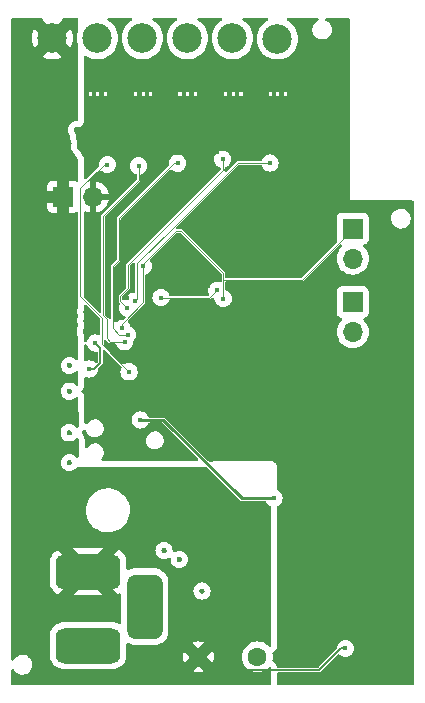
<source format=gbr>
%TF.GenerationSoftware,KiCad,Pcbnew,7.0.6*%
%TF.CreationDate,2023-08-18T05:18:53-04:00*%
%TF.ProjectId,esp-lightthing,6573702d-6c69-4676-9874-7468696e672e,rev?*%
%TF.SameCoordinates,Original*%
%TF.FileFunction,Copper,L4,Bot*%
%TF.FilePolarity,Positive*%
%FSLAX46Y46*%
G04 Gerber Fmt 4.6, Leading zero omitted, Abs format (unit mm)*
G04 Created by KiCad (PCBNEW 7.0.6) date 2023-08-18 05:18:53*
%MOMM*%
%LPD*%
G01*
G04 APERTURE LIST*
G04 Aperture macros list*
%AMRoundRect*
0 Rectangle with rounded corners*
0 $1 Rounding radius*
0 $2 $3 $4 $5 $6 $7 $8 $9 X,Y pos of 4 corners*
0 Add a 4 corners polygon primitive as box body*
4,1,4,$2,$3,$4,$5,$6,$7,$8,$9,$2,$3,0*
0 Add four circle primitives for the rounded corners*
1,1,$1+$1,$2,$3*
1,1,$1+$1,$4,$5*
1,1,$1+$1,$6,$7*
1,1,$1+$1,$8,$9*
0 Add four rect primitives between the rounded corners*
20,1,$1+$1,$2,$3,$4,$5,0*
20,1,$1+$1,$4,$5,$6,$7,0*
20,1,$1+$1,$6,$7,$8,$9,0*
20,1,$1+$1,$8,$9,$2,$3,0*%
G04 Aperture macros list end*
%TA.AperFunction,ComponentPad*%
%ADD10C,2.500000*%
%TD*%
%TA.AperFunction,ComponentPad*%
%ADD11R,1.700000X1.700000*%
%TD*%
%TA.AperFunction,ComponentPad*%
%ADD12O,1.700000X1.700000*%
%TD*%
%TA.AperFunction,ComponentPad*%
%ADD13RoundRect,0.750000X-2.000000X-0.750000X2.000000X-0.750000X2.000000X0.750000X-2.000000X0.750000X0*%
%TD*%
%TA.AperFunction,ComponentPad*%
%ADD14RoundRect,0.750000X-0.750000X-2.000000X0.750000X-2.000000X0.750000X2.000000X-0.750000X2.000000X0*%
%TD*%
%TA.AperFunction,ComponentPad*%
%ADD15C,1.600000*%
%TD*%
%TA.AperFunction,ComponentPad*%
%ADD16R,0.500000X0.900000*%
%TD*%
%TA.AperFunction,ViaPad*%
%ADD17C,0.450000*%
%TD*%
%TA.AperFunction,ViaPad*%
%ADD18C,0.800000*%
%TD*%
%TA.AperFunction,Conductor*%
%ADD19C,0.100000*%
%TD*%
%TA.AperFunction,Conductor*%
%ADD20C,0.200000*%
%TD*%
%TA.AperFunction,Conductor*%
%ADD21C,0.239500*%
%TD*%
G04 APERTURE END LIST*
D10*
%TO.P,J101,1,Pin_1*%
%TO.N,VCC*%
X118870000Y-94225000D03*
%TO.P,J101,2,Pin_2*%
%TO.N,/power/R*%
X122680000Y-94225000D03*
%TO.P,J101,3,Pin_3*%
%TO.N,/power/G*%
X126490000Y-94225000D03*
%TO.P,J101,4,Pin_4*%
%TO.N,/power/B*%
X130300000Y-94225000D03*
%TO.P,J101,5,Pin_5*%
%TO.N,/power/CW*%
X134110000Y-94225000D03*
%TO.P,J101,6,Pin_6*%
%TO.N,/power/WW*%
X137920000Y-94265000D03*
%TD*%
D11*
%TO.P,J103,1,Pin_1*%
%TO.N,/D0*%
X144300000Y-116550000D03*
D12*
%TO.P,J103,2,Pin_2*%
%TO.N,/D1*%
X144300000Y-119090000D03*
%TD*%
D11*
%TO.P,C101,1*%
%TO.N,VCC*%
X119755000Y-107640000D03*
D12*
%TO.P,C101,2*%
%TO.N,GND*%
X122295000Y-107640000D03*
%TD*%
D13*
%TO.P,J201,1*%
%TO.N,VCC*%
X121890000Y-139390000D03*
%TO.P,J201,2*%
%TO.N,GND*%
X121890000Y-145640000D03*
D14*
X126690000Y-142340000D03*
%TD*%
D15*
%TO.P,J202,1,Pin_1*%
%TO.N,VCC*%
X131230000Y-146590000D03*
%TO.P,J202,2,Pin_2*%
%TO.N,GND*%
X136230000Y-146590000D03*
%TD*%
D16*
%TO.P,AE301,2,PCB_Trace*%
%TO.N,GND*%
X143785000Y-106860000D03*
%TD*%
D11*
%TO.P,J102,1,Pin_1*%
%TO.N,+3V3*%
X144300000Y-110335000D03*
D12*
%TO.P,J102,2,Pin_2*%
%TO.N,/ADC*%
X144300000Y-112875000D03*
%TD*%
D17*
%TO.N,GND*%
X138975000Y-125980000D03*
X146090000Y-132520000D03*
X122610000Y-113705000D03*
X124290000Y-107120000D03*
X136875000Y-111280000D03*
X138975000Y-135080000D03*
X126850000Y-106220000D03*
X132390000Y-112210000D03*
X144110000Y-142140000D03*
X142475000Y-121780000D03*
X139675000Y-125980000D03*
X139675000Y-128080000D03*
X120305000Y-121915000D03*
X132675000Y-127380000D03*
X147690000Y-133280000D03*
X147350000Y-111280000D03*
X143175000Y-100780000D03*
X131800000Y-105930000D03*
X142475000Y-128080000D03*
X141775000Y-128080000D03*
X130575000Y-126680000D03*
X143175000Y-97280000D03*
X134775000Y-108480000D03*
X139860000Y-118980000D03*
X146690000Y-120420000D03*
X145975000Y-119680000D03*
X148075000Y-125280000D03*
X136175000Y-112680000D03*
X130510000Y-129660000D03*
X140375000Y-130880000D03*
X140375000Y-100080000D03*
X140375000Y-94480000D03*
X138975000Y-128080000D03*
X142490000Y-143780000D03*
X131275000Y-126680000D03*
X141140000Y-117990000D03*
X121830000Y-111290000D03*
X141775000Y-108480000D03*
X144575000Y-121080000D03*
X141075000Y-111980000D03*
X138975000Y-137880000D03*
X145975000Y-137880000D03*
X148450000Y-135560000D03*
X138975000Y-126680000D03*
X127350000Y-105660000D03*
X140650000Y-139140000D03*
X134775000Y-128780000D03*
X148780000Y-111890000D03*
X138975000Y-144880000D03*
X125305000Y-103395000D03*
X134360000Y-117060000D03*
X128475000Y-123880000D03*
X125150000Y-116230000D03*
X140375000Y-97980000D03*
X126980000Y-123740000D03*
X128310000Y-108630000D03*
X132675000Y-128780000D03*
X137575000Y-125980000D03*
X136875000Y-128080000D03*
X141775000Y-102180000D03*
X148450000Y-141040000D03*
X139675000Y-143480000D03*
X139675000Y-145580000D03*
X130575000Y-123880000D03*
X144575000Y-137880000D03*
X132970000Y-111820000D03*
X148775000Y-121780000D03*
X140375000Y-111980000D03*
X140470000Y-136260000D03*
X140650000Y-140650000D03*
X146675000Y-128080000D03*
X122610000Y-111290000D03*
X142475000Y-129480000D03*
X138275000Y-111980000D03*
X138275000Y-130180000D03*
X136175000Y-128080000D03*
X143175000Y-96580000D03*
X140375000Y-130180000D03*
X138975000Y-143480000D03*
X138275000Y-137180000D03*
X125330000Y-111070000D03*
X140470000Y-137030000D03*
X145275000Y-137880000D03*
X142475000Y-95180000D03*
X136875000Y-125980000D03*
X133375000Y-129480000D03*
X136535000Y-104005000D03*
X128940000Y-105790000D03*
X137575000Y-127380000D03*
X136305000Y-102465000D03*
X139675000Y-129480000D03*
X136175000Y-129480000D03*
X145275000Y-121080000D03*
X135475000Y-129480000D03*
X146220000Y-123520000D03*
X121830000Y-109680000D03*
X141775000Y-98680000D03*
X141775000Y-100780000D03*
X141960000Y-118190000D03*
X139860000Y-118030000D03*
X141075000Y-96580000D03*
X143175000Y-102880000D03*
X145150000Y-134700000D03*
X142475000Y-108480000D03*
X142475000Y-97980000D03*
X141775000Y-95880000D03*
X136175000Y-111980000D03*
X140375000Y-128780000D03*
X141775000Y-97280000D03*
X147380000Y-114200000D03*
X127110000Y-108620000D03*
X125050000Y-108120000D03*
X141850000Y-146290000D03*
X138975000Y-111980000D03*
X128565000Y-101655000D03*
X144110000Y-141380000D03*
X138975000Y-142080000D03*
X138275000Y-137880000D03*
X136175000Y-113380000D03*
X134075000Y-127380000D03*
X133375000Y-127380000D03*
X135475000Y-105680000D03*
X147390000Y-142030000D03*
X140375000Y-125980000D03*
X138275000Y-125280000D03*
X141075000Y-131580000D03*
X132060000Y-115200000D03*
X148450000Y-142030000D03*
X141075000Y-129480000D03*
X149110000Y-119890000D03*
X148075000Y-128780000D03*
X147375000Y-114780000D03*
X147230000Y-117970000D03*
X134075000Y-125980000D03*
X138275000Y-138580000D03*
X145975000Y-136480000D03*
X147375000Y-121080000D03*
X138275000Y-127380000D03*
X141775000Y-130880000D03*
X134075000Y-129480000D03*
X148775000Y-114780000D03*
X139675000Y-127380000D03*
X133375000Y-128780000D03*
X143175000Y-95180000D03*
X142420000Y-115850000D03*
X126740000Y-109340000D03*
X142475000Y-125980000D03*
X133375000Y-128080000D03*
X136175000Y-107080000D03*
X133125000Y-102755000D03*
X143698000Y-134700000D03*
X142490000Y-142890000D03*
X145275000Y-114780000D03*
X148075000Y-125980000D03*
X133375000Y-108480000D03*
X145975000Y-118980000D03*
X123740000Y-111110000D03*
X136175000Y-125280000D03*
X142475000Y-110580000D03*
X129290000Y-114230000D03*
X124500000Y-117750000D03*
X135475000Y-128080000D03*
X146675000Y-115480000D03*
X141775000Y-121780000D03*
X148075000Y-115480000D03*
X138975000Y-113380000D03*
X143560000Y-123520000D03*
X128555000Y-102285000D03*
X121640000Y-119000000D03*
X142475000Y-107080000D03*
X132675000Y-108480000D03*
X136875000Y-126680000D03*
X138275000Y-134380000D03*
X134075000Y-126680000D03*
X134775000Y-129480000D03*
X147375000Y-128780000D03*
X139675000Y-142780000D03*
X140375000Y-111280000D03*
X142246000Y-134700000D03*
X146680000Y-114200000D03*
X131535000Y-141025000D03*
X122610000Y-112095000D03*
X138275000Y-139980000D03*
X140375000Y-126680000D03*
X142475000Y-100080000D03*
X141075000Y-102180000D03*
X131975000Y-127380000D03*
X139675000Y-113380000D03*
X137575000Y-129480000D03*
X148775000Y-121080000D03*
X143175000Y-129480000D03*
X148450000Y-136570000D03*
X141775000Y-129480000D03*
X123740000Y-110530000D03*
X146930000Y-123520000D03*
X146570000Y-111940000D03*
X143175000Y-127380000D03*
X148450000Y-137710000D03*
X138975000Y-138580000D03*
X142490000Y-141990000D03*
X128550000Y-119705000D03*
X143175000Y-99380000D03*
X139675000Y-144880000D03*
X129170000Y-108760000D03*
X122610000Y-109680000D03*
X138275000Y-141380000D03*
X134075000Y-108480000D03*
X127590000Y-107250000D03*
X147375000Y-125980000D03*
X141775000Y-97980000D03*
X148450000Y-138920000D03*
X144575000Y-114780000D03*
X136175000Y-111280000D03*
X130370000Y-110190000D03*
X127920000Y-105180000D03*
X133375000Y-124580000D03*
X139030000Y-116140000D03*
X140375000Y-132280000D03*
X148750000Y-146740000D03*
X148775000Y-130880000D03*
X136175000Y-126680000D03*
X139675000Y-128780000D03*
X125130000Y-121480000D03*
X141075000Y-102880000D03*
X141075000Y-100780000D03*
X133520000Y-110970000D03*
X136175000Y-106380000D03*
X127360000Y-118520000D03*
X146675000Y-114780000D03*
X139860000Y-121980000D03*
X122240000Y-121060000D03*
X138275000Y-112680000D03*
X147375000Y-128080000D03*
X144575000Y-121780000D03*
X139675000Y-130880000D03*
X141775000Y-107780000D03*
X139675000Y-131580000D03*
X135310000Y-117910000D03*
X131220000Y-106550000D03*
X126950000Y-107960000D03*
X135475000Y-106380000D03*
X133760000Y-111720000D03*
X148450000Y-139960000D03*
X134775000Y-107780000D03*
X147010000Y-133080000D03*
X141775000Y-110580000D03*
X124875000Y-102555000D03*
X129740000Y-119705000D03*
X145975000Y-116180000D03*
X136175000Y-107780000D03*
X138275000Y-113380000D03*
X148075000Y-121780000D03*
X135910000Y-119580000D03*
X148075000Y-127380000D03*
X142475000Y-95880000D03*
X134360000Y-117910000D03*
X136875000Y-125280000D03*
X138975000Y-137180000D03*
X145910000Y-108960000D03*
X134775000Y-128080000D03*
X136185000Y-101915000D03*
X147390000Y-139960000D03*
X138975000Y-142780000D03*
X141075000Y-97980000D03*
X129290000Y-115550000D03*
X138975000Y-129480000D03*
X141075000Y-99380000D03*
X138275000Y-136480000D03*
X143175000Y-128080000D03*
X142475000Y-97280000D03*
X143175000Y-103580000D03*
X143175000Y-121080000D03*
X125640000Y-107560000D03*
X145975000Y-116880000D03*
X122610000Y-114510000D03*
X142190000Y-138980000D03*
X125320000Y-112080000D03*
X146675000Y-128780000D03*
X135475000Y-126680000D03*
X140375000Y-128080000D03*
X134075000Y-125280000D03*
X136110000Y-116140000D03*
X142475000Y-127380000D03*
X122350000Y-119000000D03*
X143175000Y-125980000D03*
X124805000Y-101905000D03*
X147390000Y-135560000D03*
X138975000Y-134380000D03*
X132940000Y-112870000D03*
X132675000Y-128080000D03*
X134900000Y-119580000D03*
X148780000Y-114200000D03*
X137575000Y-128080000D03*
X139230000Y-122780000D03*
X126770000Y-110120000D03*
X141775000Y-103580000D03*
X138275000Y-125980000D03*
X145975000Y-114780000D03*
X139675000Y-112680000D03*
X145975000Y-121080000D03*
X141075000Y-100080000D03*
X136875000Y-128780000D03*
X148075000Y-111280000D03*
X129015000Y-103855000D03*
X121830000Y-112095000D03*
X142475000Y-96580000D03*
X141520000Y-134700000D03*
X135475000Y-107780000D03*
X138275000Y-128780000D03*
X131840000Y-111390000D03*
X145275000Y-121780000D03*
X142475000Y-102180000D03*
X141120000Y-141980000D03*
X129290000Y-112910000D03*
X149110000Y-118570000D03*
X136875000Y-108480000D03*
X140375000Y-98680000D03*
X138350000Y-116140000D03*
X136785000Y-102885000D03*
X141075000Y-98680000D03*
X127300000Y-114700000D03*
X125940000Y-109920000D03*
X141775000Y-111280000D03*
X142876666Y-123520000D03*
X141075000Y-101480000D03*
X147375000Y-121780000D03*
X142475000Y-109180000D03*
X138975000Y-141380000D03*
X121830000Y-112900000D03*
X148740000Y-144860000D03*
X134950000Y-122780000D03*
X143175000Y-98680000D03*
X145975000Y-118280000D03*
X141120000Y-144750000D03*
X138275000Y-146280000D03*
X148350000Y-133310000D03*
X141970000Y-113440000D03*
X134950000Y-121770000D03*
X129610000Y-138355000D03*
X121725000Y-102875000D03*
X137575000Y-106380000D03*
X122360000Y-125030000D03*
X123940000Y-107690000D03*
X138275000Y-143480000D03*
X136875000Y-129480000D03*
X126280000Y-106900000D03*
X139675000Y-126680000D03*
X141720000Y-137610000D03*
X144100000Y-143000000D03*
X139860000Y-116140000D03*
X148075000Y-121080000D03*
X142475000Y-102880000D03*
X121830000Y-114510000D03*
X148340000Y-134410000D03*
X141775000Y-125280000D03*
X136170000Y-117910000D03*
X128430000Y-106380000D03*
X147640000Y-123520000D03*
X147390000Y-138920000D03*
X134775000Y-126680000D03*
X121760000Y-125610000D03*
X140375000Y-129480000D03*
X143175000Y-108480000D03*
X129920000Y-107810000D03*
X132835000Y-103875000D03*
X138975000Y-144180000D03*
X125110000Y-109980000D03*
X136770000Y-116140000D03*
X141075000Y-130880000D03*
X142475000Y-130180000D03*
X143175000Y-121780000D03*
X134075000Y-107080000D03*
X136875000Y-107080000D03*
X141075000Y-103580000D03*
X141390000Y-114030000D03*
X129875000Y-123880000D03*
X145975000Y-115480000D03*
X142475000Y-120380000D03*
X143875000Y-108480000D03*
X127360000Y-120890000D03*
X141075000Y-111280000D03*
X136910000Y-117060000D03*
X134520000Y-116140000D03*
X126310000Y-108530000D03*
X142475000Y-99380000D03*
X142475000Y-103580000D03*
X146675000Y-125980000D03*
X143175000Y-97980000D03*
X141075000Y-125980000D03*
X136875000Y-106380000D03*
X134775000Y-106380000D03*
X140640000Y-114980000D03*
X120305000Y-130155000D03*
X138975000Y-146280000D03*
X131090000Y-117130000D03*
X140375000Y-127380000D03*
X147375000Y-115480000D03*
X136175000Y-127380000D03*
X138275000Y-142780000D03*
X140375000Y-100780000D03*
X140375000Y-95180000D03*
X133660000Y-113470000D03*
X129290000Y-111640000D03*
X141170000Y-119010000D03*
X140480000Y-135480000D03*
X140375000Y-125280000D03*
X129175000Y-123880000D03*
X141775000Y-106380000D03*
X145975000Y-120380000D03*
X138975000Y-128780000D03*
X148080000Y-111900000D03*
X148940000Y-110680000D03*
X132650000Y-114250000D03*
X147430000Y-120420000D03*
X146675000Y-121080000D03*
X135475000Y-128780000D03*
X146675000Y-130180000D03*
X142475000Y-109880000D03*
X134075000Y-128080000D03*
X133375000Y-126680000D03*
X146675000Y-121780000D03*
X138275000Y-128080000D03*
X140375000Y-96580000D03*
X147375000Y-127380000D03*
X141775000Y-131580000D03*
X138275000Y-144180000D03*
X138975000Y-145580000D03*
X143175000Y-102180000D03*
X147390000Y-137710000D03*
X140375000Y-97280000D03*
X143875000Y-121080000D03*
X142475000Y-125280000D03*
X146550000Y-147100000D03*
X129290000Y-113570000D03*
X137575000Y-112680000D03*
X143175000Y-126680000D03*
X138975000Y-112680000D03*
X140660000Y-141410000D03*
X148720000Y-117980000D03*
X141970000Y-117310000D03*
X142490000Y-144760000D03*
X138275000Y-107080000D03*
X136875000Y-127380000D03*
X138275000Y-142080000D03*
X134775000Y-125980000D03*
X148450000Y-143130000D03*
X148075000Y-114780000D03*
X141775000Y-121080000D03*
X136175000Y-128780000D03*
X142490000Y-138300000D03*
X138975000Y-140680000D03*
X148840000Y-120420000D03*
X134520000Y-111690000D03*
X122560000Y-116330000D03*
X134010000Y-119580000D03*
X140375000Y-95880000D03*
X144820000Y-145840000D03*
X147790000Y-133900000D03*
X138975000Y-125280000D03*
X139675000Y-111280000D03*
X136175000Y-125980000D03*
X148775000Y-128080000D03*
X137600000Y-116140000D03*
X121505000Y-103885000D03*
X142475000Y-100780000D03*
X142490000Y-137610000D03*
X141075000Y-128780000D03*
X148775000Y-126680000D03*
X144850000Y-127140000D03*
X138275000Y-139280000D03*
X132455000Y-101855000D03*
X129015000Y-102745000D03*
X147390000Y-141040000D03*
X127360000Y-119705000D03*
X136625000Y-103455000D03*
X124580000Y-113640000D03*
X139675000Y-125280000D03*
X145975000Y-121780000D03*
X148075000Y-131580000D03*
X140375000Y-102880000D03*
X141075000Y-126680000D03*
X121155000Y-103405000D03*
X138275000Y-144880000D03*
X127670000Y-109280000D03*
X148040000Y-117980000D03*
X140375000Y-93780000D03*
X129740000Y-118520000D03*
X139860000Y-120080000D03*
X131840000Y-113420000D03*
X123740000Y-111940000D03*
X140375000Y-99380000D03*
X146860000Y-132470000D03*
X129290000Y-114890000D03*
X123740000Y-109680000D03*
X136930000Y-117910000D03*
X138290000Y-132040000D03*
X141775000Y-126680000D03*
X146675000Y-130880000D03*
X137830000Y-117060000D03*
X137575000Y-113380000D03*
X141775000Y-95180000D03*
X139675000Y-130180000D03*
X134775000Y-127380000D03*
X142475000Y-106380000D03*
X134075000Y-128780000D03*
X137575000Y-111280000D03*
X142475000Y-128780000D03*
X140375000Y-112680000D03*
X125400000Y-106030000D03*
X122610000Y-112900000D03*
X137575000Y-128780000D03*
X143175000Y-101480000D03*
X136875000Y-107780000D03*
X141120000Y-145640000D03*
X135475000Y-107080000D03*
X141775000Y-102880000D03*
X138975000Y-139280000D03*
X135475000Y-113380000D03*
X137260000Y-122780000D03*
X129870000Y-129120000D03*
X148080000Y-114210000D03*
X132370000Y-105330000D03*
X140690000Y-116140000D03*
X139675000Y-111980000D03*
X138275000Y-140680000D03*
X146550000Y-117970000D03*
X139675000Y-146280000D03*
X141775000Y-101480000D03*
D18*
X144680000Y-140040000D03*
D17*
X148350000Y-123520000D03*
X131820000Y-114140000D03*
X120305000Y-124105000D03*
X141075000Y-95180000D03*
X147390000Y-136570000D03*
X147370000Y-111900000D03*
X128950000Y-107910000D03*
X132675000Y-126680000D03*
X129290000Y-112280000D03*
X148760000Y-147620000D03*
X125195000Y-104005000D03*
X138780000Y-117060000D03*
X131275000Y-127380000D03*
X141075000Y-97280000D03*
X129360000Y-128520000D03*
X137990000Y-118030500D03*
X143175000Y-94480000D03*
X140375000Y-102180000D03*
X134775000Y-125280000D03*
X143175000Y-128780000D03*
X142475000Y-101480000D03*
X140640000Y-139890000D03*
X148775000Y-130180000D03*
X138975000Y-139980000D03*
X142475000Y-107780000D03*
X147375000Y-130880000D03*
X135960000Y-122780000D03*
X126200000Y-123760000D03*
X148775000Y-111280000D03*
X120295000Y-127625000D03*
X138275000Y-129480000D03*
X135340000Y-116140000D03*
X138975000Y-135780000D03*
X141775000Y-125980000D03*
X138270000Y-122780000D03*
X133375000Y-125980000D03*
X141075000Y-127380000D03*
X124430000Y-108720000D03*
X136875000Y-111980000D03*
X138275000Y-106380000D03*
X131160000Y-122140000D03*
X141775000Y-127380000D03*
X146675000Y-129480000D03*
X141775000Y-107080000D03*
X135475000Y-127380000D03*
X128550000Y-120890000D03*
X120895000Y-101975000D03*
X141775000Y-100080000D03*
X141120000Y-142880000D03*
X137575000Y-107080000D03*
X131975000Y-126680000D03*
X135475000Y-108480000D03*
X146675000Y-127380000D03*
X140700000Y-134810000D03*
X137575000Y-107780000D03*
X128550000Y-118520000D03*
X141075000Y-130180000D03*
X129120000Y-126090000D03*
X141075000Y-110580000D03*
X141075000Y-125280000D03*
X141410000Y-114890000D03*
X140375000Y-101480000D03*
X131480000Y-109260000D03*
X148740000Y-143970000D03*
X147375000Y-130180000D03*
X139860000Y-121040000D03*
X138975000Y-111280000D03*
X134390000Y-110920000D03*
X148775000Y-128780000D03*
X142972000Y-134700000D03*
X131975000Y-128080000D03*
X148775000Y-125980000D03*
X146675000Y-125280000D03*
X146900000Y-134570000D03*
X148075000Y-126680000D03*
X138275000Y-135780000D03*
X133375000Y-107780000D03*
X132495000Y-102525000D03*
X137575000Y-125280000D03*
X139675000Y-144180000D03*
X136875000Y-113380000D03*
X133405000Y-103505000D03*
X141775000Y-99380000D03*
X129580000Y-111060000D03*
X134775000Y-107080000D03*
X148350000Y-110680000D03*
X132720000Y-111130000D03*
X138275000Y-111280000D03*
X125375000Y-102805000D03*
X136110000Y-117060000D03*
X135475000Y-125980000D03*
X141775000Y-109880000D03*
X148775000Y-127380000D03*
X138275000Y-145580000D03*
X144575000Y-108480000D03*
X148075000Y-130180000D03*
X123598825Y-126728825D03*
X122610000Y-110485000D03*
X143175000Y-100080000D03*
X143175000Y-95880000D03*
X138975000Y-127380000D03*
X139860000Y-117060000D03*
X123740000Y-112790000D03*
X148075000Y-129480000D03*
X148075000Y-130880000D03*
X144424000Y-134700000D03*
X141550000Y-138980000D03*
X141120000Y-143770000D03*
X146675000Y-126680000D03*
X147720000Y-110660000D03*
X130840000Y-109820000D03*
X141775000Y-128780000D03*
X121075000Y-102625000D03*
X149110000Y-119220000D03*
X142475000Y-121080000D03*
X146150000Y-133810000D03*
X121830000Y-113705000D03*
X143175000Y-125280000D03*
X140375000Y-103580000D03*
X130470000Y-107120000D03*
X138275000Y-135080000D03*
X148750000Y-145850000D03*
X128560000Y-109380000D03*
X137575000Y-126680000D03*
X135475000Y-125280000D03*
X129740000Y-120890000D03*
X136875000Y-112680000D03*
X147375000Y-129480000D03*
X128320000Y-137585000D03*
X122430000Y-118120000D03*
X147375000Y-126680000D03*
X147375000Y-125280000D03*
X148075000Y-128080000D03*
X140930000Y-137600000D03*
X142475000Y-126680000D03*
X121690000Y-117340000D03*
X145975000Y-137180000D03*
X143175000Y-93780000D03*
X142510000Y-112910000D03*
X133375000Y-125280000D03*
X141775000Y-130180000D03*
X125700000Y-109070000D03*
X141075000Y-128080000D03*
X141930000Y-114400000D03*
X148775000Y-129480000D03*
X147390000Y-143130000D03*
X141075000Y-95880000D03*
X138275000Y-126680000D03*
X148775000Y-131580000D03*
X145975000Y-117580000D03*
X136175000Y-108480000D03*
X141775000Y-96580000D03*
X135320000Y-117060000D03*
X138275000Y-107780000D03*
X124810000Y-106570000D03*
X140375000Y-131580000D03*
X133060000Y-119540000D03*
X148775000Y-115480000D03*
X134075000Y-107780000D03*
X121830000Y-110485000D03*
X143875000Y-121780000D03*
X138975000Y-130180000D03*
X142475000Y-98680000D03*
X148140000Y-120420000D03*
X128795000Y-103315000D03*
X138975000Y-136480000D03*
X134940000Y-120860000D03*
X121690000Y-118100000D03*
X137575000Y-111980000D03*
X125430000Y-123780000D03*
X139675000Y-132280000D03*
X123210000Y-124210000D03*
X148775000Y-125280000D03*
X127870000Y-110020000D03*
X141775000Y-109180000D03*
%TO.N,+3V3*%
X122510000Y-120020000D03*
X122000000Y-122230000D03*
X126570000Y-113500000D03*
X133340000Y-116270500D03*
X124760000Y-118791969D03*
%TO.N,+5V*%
X126308825Y-126543825D03*
X137625000Y-133160000D03*
%TO.N,/ESP32/GATE_R*%
X123520000Y-104910000D03*
X125360000Y-122460500D03*
%TO.N,/ESP32/GATE_G*%
X126160000Y-105020000D03*
X124980000Y-119920000D03*
%TO.N,/ESP32/GATE_B*%
X129480000Y-104800000D03*
X125233403Y-119321969D03*
%TO.N,/ESP32/GATE_CW*%
X133290000Y-104460000D03*
X125220000Y-117050000D03*
%TO.N,/ESP32/GATE_WW*%
X125830000Y-116480000D03*
X137295000Y-104775000D03*
%TO.N,/ADC*%
X128070000Y-116180000D03*
X132790000Y-115560000D03*
%TO.N,VCC*%
X143680000Y-145870000D03*
%TD*%
D19*
%TO.N,+3V3*%
X124760000Y-118400000D02*
X124760000Y-118791969D01*
X133340000Y-114100000D02*
X133340000Y-114660000D01*
X139975000Y-114660000D02*
X133340000Y-114660000D01*
D20*
X122000000Y-122230000D02*
X122410000Y-122230000D01*
D19*
X133340000Y-114660000D02*
X133340000Y-116270500D01*
D20*
X122930000Y-121710000D02*
X122930000Y-120440000D01*
D19*
X133340000Y-114070466D02*
X133340000Y-114100000D01*
D20*
X122930000Y-120440000D02*
X122510000Y-120020000D01*
D19*
X126570000Y-113500000D02*
X126570000Y-116590000D01*
X129360466Y-110530000D02*
X129799534Y-110530000D01*
X126570000Y-116590000D02*
X124760000Y-118400000D01*
X126570000Y-113320466D02*
X129360466Y-110530000D01*
D20*
X122410000Y-122230000D02*
X122930000Y-121710000D01*
D19*
X144300000Y-110335000D02*
X139975000Y-114660000D01*
X129799534Y-110530000D02*
X133340000Y-114070466D01*
X126570000Y-113500000D02*
X126570000Y-113320466D01*
D21*
%TO.N,+5V*%
X128248075Y-126543825D02*
X128258075Y-126533825D01*
X126308825Y-126543825D02*
X128248075Y-126543825D01*
X134884250Y-133160000D02*
X137625000Y-133160000D01*
X128258075Y-126533825D02*
X134884250Y-133160000D01*
D19*
%TO.N,/ESP32/GATE_R*%
X123520000Y-104910000D02*
X123200000Y-104910000D01*
X123200000Y-104910000D02*
X121190000Y-106920000D01*
X121190000Y-116030000D02*
X121190000Y-106920000D01*
X125360000Y-122460500D02*
X123040000Y-120140500D01*
X123040000Y-120140500D02*
X123040000Y-117880000D01*
X123040000Y-117880000D02*
X121190000Y-116030000D01*
%TO.N,/ESP32/GATE_G*%
X126160000Y-106240000D02*
X126160000Y-105020000D01*
X123480000Y-117980000D02*
X123480000Y-119620000D01*
X123780000Y-119920000D02*
X124980000Y-119920000D01*
X123420000Y-117920000D02*
X123480000Y-117980000D01*
X123150000Y-117650000D02*
X123150000Y-109250000D01*
X123480000Y-119620000D02*
X123780000Y-119920000D01*
X123420000Y-117920000D02*
X123150000Y-117650000D01*
X123150000Y-109250000D02*
X126160000Y-106240000D01*
%TO.N,/ESP32/GATE_B*%
X123970000Y-113500466D02*
X123970000Y-118760000D01*
X123970000Y-118760000D02*
X124531969Y-119321969D01*
X124480000Y-112990466D02*
X123970000Y-113500466D01*
X124480000Y-109480000D02*
X124480000Y-112990466D01*
X129480000Y-104800000D02*
X129160000Y-104800000D01*
X124531969Y-119321969D02*
X125233403Y-119321969D01*
X129160000Y-104800000D02*
X124480000Y-109480000D01*
%TO.N,/ESP32/GATE_CW*%
X125260000Y-115370466D02*
X124620000Y-116010466D01*
X133290000Y-105399534D02*
X125260000Y-113429534D01*
X125260000Y-113429534D02*
X125260000Y-115370466D01*
X124620000Y-116010466D02*
X124620000Y-116450000D01*
X124620000Y-116450000D02*
X125220000Y-117050000D01*
X133290000Y-104460000D02*
X133290000Y-105399534D01*
%TO.N,/ESP32/GATE_WW*%
X137295000Y-104775000D02*
X134555000Y-104775000D01*
X126040000Y-116270000D02*
X126040000Y-113280466D01*
X126040000Y-113280466D02*
X129230466Y-110090000D01*
X125830000Y-116480000D02*
X126040000Y-116270000D01*
X129230466Y-110090000D02*
X129240000Y-110090000D01*
X134555000Y-104775000D02*
X129240000Y-110090000D01*
%TO.N,/ADC*%
X132160000Y-116180000D02*
X132780000Y-115560000D01*
X128070000Y-116180000D02*
X132160000Y-116180000D01*
X132780000Y-115560000D02*
X132790000Y-115560000D01*
D20*
%TO.N,VCC*%
X132330000Y-147690000D02*
X131230000Y-146590000D01*
X143680000Y-145870000D02*
X143280000Y-145870000D01*
X143280000Y-145870000D02*
X141460000Y-147690000D01*
X141460000Y-147690000D02*
X132330000Y-147690000D01*
%TD*%
%TA.AperFunction,Conductor*%
%TO.N,GND*%
G36*
X125584283Y-92515185D02*
G01*
X125630038Y-92567989D01*
X125639982Y-92637147D01*
X125610957Y-92700703D01*
X125587100Y-92721950D01*
X125510489Y-92774183D01*
X125395520Y-92852567D01*
X125203198Y-93031014D01*
X125039614Y-93236143D01*
X124908432Y-93463356D01*
X124812582Y-93707578D01*
X124812576Y-93707597D01*
X124754197Y-93963374D01*
X124754196Y-93963379D01*
X124734592Y-94224995D01*
X124734592Y-94225004D01*
X124754196Y-94486620D01*
X124754197Y-94486625D01*
X124812576Y-94742402D01*
X124812578Y-94742411D01*
X124812580Y-94742416D01*
X124908432Y-94986643D01*
X125039614Y-95213857D01*
X125171736Y-95379533D01*
X125203198Y-95418985D01*
X125375500Y-95578856D01*
X125395521Y-95597433D01*
X125612296Y-95745228D01*
X125612301Y-95745230D01*
X125612302Y-95745231D01*
X125612303Y-95745232D01*
X125695363Y-95785231D01*
X125848673Y-95859061D01*
X125848674Y-95859061D01*
X125848677Y-95859063D01*
X126099385Y-95936396D01*
X126358818Y-95975500D01*
X126621182Y-95975500D01*
X126880615Y-95936396D01*
X127131323Y-95859063D01*
X127367704Y-95745228D01*
X127584479Y-95597433D01*
X127776805Y-95418981D01*
X127940386Y-95213857D01*
X128071568Y-94986643D01*
X128167420Y-94742416D01*
X128225802Y-94486630D01*
X128225803Y-94486620D01*
X128245408Y-94225004D01*
X128245408Y-94224995D01*
X128225803Y-93963379D01*
X128225802Y-93963374D01*
X128225802Y-93963370D01*
X128167420Y-93707584D01*
X128071568Y-93463357D01*
X127940386Y-93236143D01*
X127776805Y-93031019D01*
X127776804Y-93031018D01*
X127776801Y-93031014D01*
X127584479Y-92852567D01*
X127543968Y-92824947D01*
X127392902Y-92721951D01*
X127348602Y-92667925D01*
X127340543Y-92598521D01*
X127371286Y-92535779D01*
X127431070Y-92499617D01*
X127462756Y-92495500D01*
X129327244Y-92495500D01*
X129394283Y-92515185D01*
X129440038Y-92567989D01*
X129449982Y-92637147D01*
X129420957Y-92700703D01*
X129397100Y-92721950D01*
X129320489Y-92774183D01*
X129205520Y-92852567D01*
X129013198Y-93031014D01*
X128849614Y-93236143D01*
X128718432Y-93463356D01*
X128622582Y-93707578D01*
X128622576Y-93707597D01*
X128564197Y-93963374D01*
X128564196Y-93963379D01*
X128544592Y-94224995D01*
X128544592Y-94225004D01*
X128564196Y-94486620D01*
X128564197Y-94486625D01*
X128622576Y-94742402D01*
X128622578Y-94742411D01*
X128622580Y-94742416D01*
X128718432Y-94986643D01*
X128849614Y-95213857D01*
X128981736Y-95379533D01*
X129013198Y-95418985D01*
X129185500Y-95578856D01*
X129205521Y-95597433D01*
X129422296Y-95745228D01*
X129422301Y-95745230D01*
X129422302Y-95745231D01*
X129422303Y-95745232D01*
X129505363Y-95785231D01*
X129658673Y-95859061D01*
X129658674Y-95859061D01*
X129658677Y-95859063D01*
X129909385Y-95936396D01*
X130168818Y-95975500D01*
X130431182Y-95975500D01*
X130690615Y-95936396D01*
X130941323Y-95859063D01*
X131177704Y-95745228D01*
X131394479Y-95597433D01*
X131586805Y-95418981D01*
X131750386Y-95213857D01*
X131881568Y-94986643D01*
X131977420Y-94742416D01*
X132035802Y-94486630D01*
X132035803Y-94486620D01*
X132055408Y-94225004D01*
X132055408Y-94224995D01*
X132035803Y-93963379D01*
X132035802Y-93963374D01*
X132035802Y-93963370D01*
X131977420Y-93707584D01*
X131881568Y-93463357D01*
X131750386Y-93236143D01*
X131586805Y-93031019D01*
X131586804Y-93031018D01*
X131586801Y-93031014D01*
X131394479Y-92852567D01*
X131353968Y-92824947D01*
X131202902Y-92721951D01*
X131158602Y-92667925D01*
X131150543Y-92598521D01*
X131181286Y-92535779D01*
X131241070Y-92499617D01*
X131272756Y-92495500D01*
X133137244Y-92495500D01*
X133204283Y-92515185D01*
X133250038Y-92567989D01*
X133259982Y-92637147D01*
X133230957Y-92700703D01*
X133207100Y-92721950D01*
X133130489Y-92774183D01*
X133015520Y-92852567D01*
X132823198Y-93031014D01*
X132659614Y-93236143D01*
X132528432Y-93463356D01*
X132432582Y-93707578D01*
X132432576Y-93707597D01*
X132374197Y-93963374D01*
X132374196Y-93963379D01*
X132354592Y-94224995D01*
X132354592Y-94225004D01*
X132374196Y-94486620D01*
X132374197Y-94486625D01*
X132432576Y-94742402D01*
X132432578Y-94742411D01*
X132432580Y-94742416D01*
X132528432Y-94986643D01*
X132659614Y-95213857D01*
X132791736Y-95379533D01*
X132823198Y-95418985D01*
X132995500Y-95578856D01*
X133015521Y-95597433D01*
X133232296Y-95745228D01*
X133232301Y-95745230D01*
X133232302Y-95745231D01*
X133232303Y-95745232D01*
X133315363Y-95785231D01*
X133468673Y-95859061D01*
X133468674Y-95859061D01*
X133468677Y-95859063D01*
X133719385Y-95936396D01*
X133978818Y-95975500D01*
X134241182Y-95975500D01*
X134500615Y-95936396D01*
X134751323Y-95859063D01*
X134987704Y-95745228D01*
X135204479Y-95597433D01*
X135396805Y-95418981D01*
X135560386Y-95213857D01*
X135691568Y-94986643D01*
X135787420Y-94742416D01*
X135845802Y-94486630D01*
X135845803Y-94486620D01*
X135865408Y-94225004D01*
X135865408Y-94224995D01*
X135845803Y-93963379D01*
X135845802Y-93963374D01*
X135845802Y-93963370D01*
X135787420Y-93707584D01*
X135691568Y-93463357D01*
X135560386Y-93236143D01*
X135396805Y-93031019D01*
X135396804Y-93031018D01*
X135396801Y-93031014D01*
X135204479Y-92852567D01*
X135163968Y-92824947D01*
X135012902Y-92721951D01*
X134968602Y-92667925D01*
X134960543Y-92598521D01*
X134991286Y-92535779D01*
X135051070Y-92499617D01*
X135082756Y-92495500D01*
X137016635Y-92495500D01*
X137083674Y-92515185D01*
X137129429Y-92567989D01*
X137139373Y-92637147D01*
X137110348Y-92700703D01*
X137070437Y-92731220D01*
X137042300Y-92744769D01*
X136825520Y-92892567D01*
X136633198Y-93071014D01*
X136469614Y-93276143D01*
X136338432Y-93503356D01*
X136242582Y-93747578D01*
X136242576Y-93747597D01*
X136184197Y-94003374D01*
X136184196Y-94003379D01*
X136164592Y-94264995D01*
X136164592Y-94265004D01*
X136184196Y-94526620D01*
X136184197Y-94526625D01*
X136242576Y-94782402D01*
X136242578Y-94782411D01*
X136242580Y-94782416D01*
X136338432Y-95026643D01*
X136469614Y-95253857D01*
X136601296Y-95418981D01*
X136633198Y-95458985D01*
X136782410Y-95597432D01*
X136825521Y-95637433D01*
X137042296Y-95785228D01*
X137042301Y-95785230D01*
X137042302Y-95785231D01*
X137042303Y-95785232D01*
X137167843Y-95845688D01*
X137278673Y-95899061D01*
X137278674Y-95899061D01*
X137278677Y-95899063D01*
X137529385Y-95976396D01*
X137788818Y-96015500D01*
X138051182Y-96015500D01*
X138310615Y-95976396D01*
X138561323Y-95899063D01*
X138797704Y-95785228D01*
X139014479Y-95637433D01*
X139206805Y-95458981D01*
X139370386Y-95253857D01*
X139501568Y-95026643D01*
X139597420Y-94782416D01*
X139655802Y-94526630D01*
X139658800Y-94486625D01*
X139675408Y-94265004D01*
X139675408Y-94264995D01*
X139655803Y-94003379D01*
X139655802Y-94003374D01*
X139655802Y-94003370D01*
X139597420Y-93747584D01*
X139501568Y-93503357D01*
X139370386Y-93276143D01*
X139206805Y-93071019D01*
X139206804Y-93071018D01*
X139206801Y-93071014D01*
X139014479Y-92892567D01*
X139001189Y-92883506D01*
X138797704Y-92744772D01*
X138797701Y-92744771D01*
X138797699Y-92744769D01*
X138769563Y-92731220D01*
X138717704Y-92684398D01*
X138699391Y-92616970D01*
X138720439Y-92550347D01*
X138774165Y-92505678D01*
X138823365Y-92495500D01*
X141296673Y-92495500D01*
X141363712Y-92515185D01*
X141409467Y-92567989D01*
X141419411Y-92637147D01*
X141390386Y-92700703D01*
X141354569Y-92727653D01*
X141354987Y-92728348D01*
X141194437Y-92824947D01*
X141194436Y-92824948D01*
X141063290Y-92949175D01*
X140961915Y-93098695D01*
X140961914Y-93098698D01*
X140895054Y-93266502D01*
X140895053Y-93266505D01*
X140865828Y-93444776D01*
X140875607Y-93625152D01*
X140875608Y-93625154D01*
X140923934Y-93799209D01*
X140923937Y-93799215D01*
X140966243Y-93879013D01*
X141008551Y-93958814D01*
X141125498Y-94096494D01*
X141269308Y-94205816D01*
X141433256Y-94281667D01*
X141433257Y-94281667D01*
X141433259Y-94281668D01*
X141486782Y-94293448D01*
X141609678Y-94320500D01*
X141609681Y-94320500D01*
X141745022Y-94320500D01*
X141745028Y-94320500D01*
X141879586Y-94305866D01*
X142050774Y-94248186D01*
X142205561Y-94155054D01*
X142336708Y-94030825D01*
X142438083Y-93881307D01*
X142504947Y-93713492D01*
X142534172Y-93535227D01*
X142524392Y-93354848D01*
X142511194Y-93307316D01*
X142476065Y-93180790D01*
X142476062Y-93180784D01*
X142467417Y-93164479D01*
X142391449Y-93021186D01*
X142274502Y-92883506D01*
X142197471Y-92824948D01*
X142130698Y-92774188D01*
X142130690Y-92774183D01*
X142067113Y-92744769D01*
X142039596Y-92732038D01*
X141987020Y-92686025D01*
X141967666Y-92618889D01*
X141987680Y-92551947D01*
X142040709Y-92506453D01*
X142091664Y-92495500D01*
X143906000Y-92495500D01*
X143973039Y-92515185D01*
X144018794Y-92567989D01*
X144030000Y-92619499D01*
X144030000Y-107950000D01*
X149345500Y-107950000D01*
X149412539Y-107969685D01*
X149458294Y-108022489D01*
X149469500Y-108074000D01*
X149469500Y-148860500D01*
X149449815Y-148927539D01*
X149397011Y-148973294D01*
X149345500Y-148984500D01*
X138019500Y-148984500D01*
X137952461Y-148964815D01*
X137906706Y-148912011D01*
X137895500Y-148860500D01*
X137895500Y-148003400D01*
X137915185Y-147936361D01*
X137967989Y-147890606D01*
X138019500Y-147879400D01*
X141406754Y-147879400D01*
X141424269Y-147882375D01*
X141424370Y-147881485D01*
X141438249Y-147883049D01*
X141467180Y-147879789D01*
X141474117Y-147879400D01*
X141481339Y-147879400D01*
X141481341Y-147879400D01*
X141488389Y-147877791D01*
X141495217Y-147876630D01*
X141524164Y-147873369D01*
X141524165Y-147873368D01*
X141534458Y-147869766D01*
X141544287Y-147865032D01*
X141544291Y-147865032D01*
X141567066Y-147846868D01*
X141572712Y-147842863D01*
X141578836Y-147839016D01*
X141583941Y-147833909D01*
X141589111Y-147829287D01*
X141611887Y-147811126D01*
X141611889Y-147811120D01*
X141620598Y-147800201D01*
X141621300Y-147800760D01*
X141631577Y-147786273D01*
X143013240Y-146404610D01*
X143074561Y-146371127D01*
X143144253Y-146376111D01*
X143188600Y-146404611D01*
X143224796Y-146440808D01*
X143363225Y-146527789D01*
X143517539Y-146581786D01*
X143517542Y-146581786D01*
X143517544Y-146581787D01*
X143679996Y-146600091D01*
X143680000Y-146600091D01*
X143680004Y-146600091D01*
X143842455Y-146581787D01*
X143842456Y-146581786D01*
X143842461Y-146581786D01*
X143996775Y-146527789D01*
X144135204Y-146440808D01*
X144250808Y-146325204D01*
X144337789Y-146186775D01*
X144391786Y-146032461D01*
X144394830Y-146005444D01*
X144410091Y-145870003D01*
X144410091Y-145869996D01*
X144391787Y-145707544D01*
X144391786Y-145707542D01*
X144391786Y-145707539D01*
X144337789Y-145553225D01*
X144250808Y-145414796D01*
X144135204Y-145299192D01*
X144135203Y-145299192D01*
X143996774Y-145212210D01*
X143842455Y-145158212D01*
X143680004Y-145139909D01*
X143679996Y-145139909D01*
X143517544Y-145158212D01*
X143363225Y-145212210D01*
X143224795Y-145299192D01*
X143109192Y-145414795D01*
X143022210Y-145553225D01*
X142968212Y-145707544D01*
X142949909Y-145869996D01*
X142949909Y-145876963D01*
X142947710Y-145876963D01*
X142937468Y-145935422D01*
X142913986Y-145968160D01*
X141417867Y-147464281D01*
X141356544Y-147497766D01*
X141330186Y-147500600D01*
X137988810Y-147500600D01*
X137921771Y-147480915D01*
X137876016Y-147428111D01*
X137867644Y-147402960D01*
X137864397Y-147388037D01*
X137863312Y-147383048D01*
X137838895Y-147317584D01*
X137769944Y-147191309D01*
X137668207Y-147089569D01*
X137668203Y-147089566D01*
X137612279Y-147047700D01*
X137612275Y-147047697D01*
X137612262Y-147047688D01*
X137559108Y-147018665D01*
X137509702Y-146969260D01*
X137494850Y-146900987D01*
X137498760Y-146877737D01*
X137515138Y-146816614D01*
X137515141Y-146816599D01*
X137534966Y-146590002D01*
X137534966Y-146589997D01*
X137515141Y-146363400D01*
X137515140Y-146363393D01*
X137499398Y-146304644D01*
X137501061Y-146234794D01*
X137540223Y-146176932D01*
X137552121Y-146168242D01*
X137648543Y-146106276D01*
X137701347Y-146060521D01*
X137795567Y-145951787D01*
X137855338Y-145820910D01*
X137875023Y-145753871D01*
X137875024Y-145753867D01*
X137895500Y-145611451D01*
X137895500Y-133928578D01*
X137895266Y-133918419D01*
X137913401Y-133850946D01*
X137953258Y-133810573D01*
X138080204Y-133730808D01*
X138195808Y-133615204D01*
X138282789Y-133476775D01*
X138336786Y-133322461D01*
X138355091Y-133160000D01*
X138336786Y-132997539D01*
X138282789Y-132843225D01*
X138195808Y-132704796D01*
X138080204Y-132589192D01*
X137952193Y-132508757D01*
X137905902Y-132456422D01*
X137895669Y-132390064D01*
X137895184Y-132390030D01*
X137895336Y-132387901D01*
X137895254Y-132387368D01*
X137895402Y-132386294D01*
X137895500Y-132385614D01*
X137895500Y-130604000D01*
X137883947Y-130496544D01*
X137872741Y-130445033D01*
X137849895Y-130376392D01*
X137838616Y-130342502D01*
X137838613Y-130342496D01*
X137813176Y-130302916D01*
X137760825Y-130221457D01*
X137733072Y-130189428D01*
X137715076Y-130168659D01*
X137715072Y-130168656D01*
X137715070Y-130168653D01*
X137606336Y-130074433D01*
X137606333Y-130074431D01*
X137606331Y-130074430D01*
X137475465Y-130014664D01*
X137475460Y-130014662D01*
X137475459Y-130014662D01*
X137448296Y-130006686D01*
X137408425Y-129994978D01*
X137408419Y-129994976D01*
X137322966Y-129982690D01*
X137266000Y-129974500D01*
X132790369Y-129974500D01*
X132772503Y-129975138D01*
X132770046Y-129975269D01*
X132754492Y-129976103D01*
X132754476Y-129976105D01*
X132613900Y-130006686D01*
X132613895Y-130006687D01*
X132613894Y-130006688D01*
X132604132Y-130010329D01*
X132548428Y-130031105D01*
X132548424Y-130031107D01*
X132422154Y-130100056D01*
X132416878Y-130105332D01*
X132355552Y-130138811D01*
X132285860Y-130133821D01*
X132251399Y-130114196D01*
X132241329Y-130106081D01*
X132241328Y-130106080D01*
X132197441Y-130074433D01*
X132066564Y-130014662D01*
X132051809Y-130010329D01*
X131999067Y-129979034D01*
X128387175Y-126367141D01*
X128387154Y-126367122D01*
X128372211Y-126352179D01*
X128372208Y-126352177D01*
X128362581Y-126348808D01*
X128337573Y-126336765D01*
X128328929Y-126331334D01*
X128328926Y-126331333D01*
X128318786Y-126330190D01*
X128291722Y-126324012D01*
X128282095Y-126320643D01*
X128271952Y-126321786D01*
X128244196Y-126321786D01*
X128234054Y-126320643D01*
X128224415Y-126324016D01*
X128197362Y-126330190D01*
X128173342Y-126332898D01*
X128173223Y-126331850D01*
X128156604Y-126334675D01*
X127092256Y-126334675D01*
X127025217Y-126314990D01*
X126979462Y-126262186D01*
X126975215Y-126251630D01*
X126966614Y-126227050D01*
X126966612Y-126227047D01*
X126879632Y-126088620D01*
X126764029Y-125973017D01*
X126625599Y-125886035D01*
X126471280Y-125832037D01*
X126308829Y-125813734D01*
X126308821Y-125813734D01*
X126146369Y-125832037D01*
X125992050Y-125886035D01*
X125853620Y-125973017D01*
X125738017Y-126088620D01*
X125651035Y-126227050D01*
X125597037Y-126381369D01*
X125578734Y-126543821D01*
X125578734Y-126543828D01*
X125597037Y-126706280D01*
X125651035Y-126860599D01*
X125671862Y-126893745D01*
X125738017Y-126999029D01*
X125853621Y-127114633D01*
X125992050Y-127201614D01*
X126146364Y-127255611D01*
X126146367Y-127255611D01*
X126146369Y-127255612D01*
X126308821Y-127273916D01*
X126308825Y-127273916D01*
X126308829Y-127273916D01*
X126471280Y-127255612D01*
X126471281Y-127255611D01*
X126471286Y-127255611D01*
X126625600Y-127201614D01*
X126764029Y-127114633D01*
X126879633Y-126999029D01*
X126966614Y-126860600D01*
X126975215Y-126836019D01*
X127015936Y-126779244D01*
X127080889Y-126753497D01*
X127092256Y-126752975D01*
X128130080Y-126752975D01*
X128197119Y-126772660D01*
X128217761Y-126789294D01*
X131191286Y-129762819D01*
X131224771Y-129824142D01*
X131219787Y-129893834D01*
X131177915Y-129949767D01*
X131112451Y-129974184D01*
X131103605Y-129974500D01*
X123121729Y-129974500D01*
X123054690Y-129954815D01*
X123008935Y-129902011D01*
X122998991Y-129832853D01*
X123028016Y-129769297D01*
X123031535Y-129765406D01*
X123064350Y-129730624D01*
X123077907Y-129707140D01*
X123151990Y-129578827D01*
X123202260Y-129410913D01*
X123212452Y-129235931D01*
X123182015Y-129063316D01*
X123112591Y-128902373D01*
X123112587Y-128902367D01*
X123112584Y-128902362D01*
X123007929Y-128761786D01*
X123007921Y-128761777D01*
X122873652Y-128649112D01*
X122873650Y-128649111D01*
X122717020Y-128570448D01*
X122717018Y-128570447D01*
X122717017Y-128570447D01*
X122546464Y-128530025D01*
X122415158Y-128530025D01*
X122310817Y-128542221D01*
X122284730Y-128545270D01*
X122284728Y-128545271D01*
X122120027Y-128605216D01*
X121973581Y-128701535D01*
X121853301Y-128829024D01*
X121822854Y-128881760D01*
X121772287Y-128929975D01*
X121703679Y-128943197D01*
X121638815Y-128917229D01*
X121598287Y-128860315D01*
X121591468Y-128820066D01*
X121590223Y-128307719D01*
X126785198Y-128307719D01*
X126815633Y-128480327D01*
X126815634Y-128480330D01*
X126815635Y-128480334D01*
X126885059Y-128641277D01*
X126885061Y-128641279D01*
X126885065Y-128641287D01*
X126989720Y-128781863D01*
X126989728Y-128781872D01*
X127123998Y-128894538D01*
X127280633Y-128973203D01*
X127451186Y-129013625D01*
X127451188Y-129013625D01*
X127582484Y-129013625D01*
X127582492Y-129013625D01*
X127712918Y-128998380D01*
X127877625Y-128938432D01*
X128024068Y-128842115D01*
X128144351Y-128714622D01*
X128231990Y-128562827D01*
X128282260Y-128394913D01*
X128292452Y-128219931D01*
X128262015Y-128047316D01*
X128192591Y-127886373D01*
X128192587Y-127886367D01*
X128192584Y-127886362D01*
X128087929Y-127745786D01*
X128087921Y-127745777D01*
X127953652Y-127633112D01*
X127953650Y-127633111D01*
X127797020Y-127554448D01*
X127797018Y-127554447D01*
X127797017Y-127554447D01*
X127626464Y-127514025D01*
X127495158Y-127514025D01*
X127390817Y-127526221D01*
X127364730Y-127529270D01*
X127364728Y-127529271D01*
X127200027Y-127589216D01*
X127053581Y-127685535D01*
X126933299Y-127813026D01*
X126845661Y-127964820D01*
X126795390Y-128132735D01*
X126795389Y-128132741D01*
X126785198Y-128307718D01*
X126785198Y-128307719D01*
X121590223Y-128307719D01*
X121589834Y-128147522D01*
X121589834Y-128147511D01*
X121588739Y-128124626D01*
X121588739Y-128124624D01*
X121585584Y-128090838D01*
X121585584Y-128090839D01*
X121579267Y-128045503D01*
X121579266Y-128045502D01*
X121579266Y-128045496D01*
X121533113Y-127909219D01*
X121501511Y-127846905D01*
X121501507Y-127846898D01*
X121494015Y-127836228D01*
X121418829Y-127729146D01*
X121418827Y-127729144D01*
X121405267Y-127718334D01*
X121365118Y-127661152D01*
X121362257Y-127591341D01*
X121392112Y-127538449D01*
X121391297Y-127537746D01*
X121411751Y-127514025D01*
X121488146Y-127425427D01*
X121495946Y-127408236D01*
X121541572Y-127355322D01*
X121608564Y-127335474D01*
X121675651Y-127354996D01*
X121721534Y-127407689D01*
X121730981Y-127437941D01*
X121735635Y-127464334D01*
X121805059Y-127625277D01*
X121805061Y-127625279D01*
X121805065Y-127625287D01*
X121909720Y-127765863D01*
X121909728Y-127765872D01*
X122043998Y-127878538D01*
X122200633Y-127957203D01*
X122371186Y-127997625D01*
X122371188Y-127997625D01*
X122502484Y-127997625D01*
X122502492Y-127997625D01*
X122632918Y-127982380D01*
X122797625Y-127922432D01*
X122944068Y-127826115D01*
X123064351Y-127698622D01*
X123151990Y-127546827D01*
X123202260Y-127378913D01*
X123212452Y-127203931D01*
X123182015Y-127031316D01*
X123112591Y-126870373D01*
X123112587Y-126870367D01*
X123112584Y-126870362D01*
X123007929Y-126729786D01*
X123007921Y-126729777D01*
X122873652Y-126617112D01*
X122873650Y-126617111D01*
X122717020Y-126538448D01*
X122717018Y-126538447D01*
X122717017Y-126538447D01*
X122546464Y-126498025D01*
X122415158Y-126498025D01*
X122310817Y-126510221D01*
X122284730Y-126513270D01*
X122284728Y-126513271D01*
X122120027Y-126573216D01*
X121973581Y-126669535D01*
X121853301Y-126797024D01*
X121817937Y-126858276D01*
X121767369Y-126906491D01*
X121698762Y-126919713D01*
X121633898Y-126893745D01*
X121593370Y-126836831D01*
X121586551Y-126796582D01*
X121584802Y-126077285D01*
X121585579Y-126065935D01*
X121585461Y-126065927D01*
X121585758Y-126061523D01*
X121585760Y-126061514D01*
X121585047Y-125880608D01*
X121577740Y-125796938D01*
X121577739Y-125796937D01*
X121577739Y-125796927D01*
X121570783Y-125756478D01*
X121570782Y-125756472D01*
X121549724Y-125675173D01*
X121548772Y-125672454D01*
X121542593Y-125645379D01*
X121540171Y-125623881D01*
X121540171Y-125596116D01*
X121542617Y-125574406D01*
X121547160Y-125552346D01*
X121547600Y-125550894D01*
X121568990Y-125467631D01*
X121568990Y-125467630D01*
X121575946Y-125426196D01*
X121575947Y-125426190D01*
X121582919Y-125340509D01*
X121580196Y-124649631D01*
X121579560Y-124632753D01*
X121578631Y-124615728D01*
X121548047Y-124475136D01*
X121523630Y-124409672D01*
X121523629Y-124409669D01*
X121523627Y-124409666D01*
X121523625Y-124409660D01*
X121454673Y-124283389D01*
X121454671Y-124283386D01*
X121359906Y-124188623D01*
X121326420Y-124127300D01*
X121331404Y-124057609D01*
X121366016Y-124007548D01*
X121383453Y-123992319D01*
X121383456Y-123992316D01*
X121477248Y-123883208D01*
X121536501Y-123752095D01*
X121555921Y-123684978D01*
X121575835Y-123542485D01*
X121573794Y-123024744D01*
X121593214Y-122957630D01*
X121645837Y-122911668D01*
X121714956Y-122901452D01*
X121738744Y-122907216D01*
X121837539Y-122941786D01*
X121837542Y-122941787D01*
X121999996Y-122960091D01*
X122000000Y-122960091D01*
X122000004Y-122960091D01*
X122162455Y-122941787D01*
X122162456Y-122941786D01*
X122162461Y-122941786D01*
X122316775Y-122887789D01*
X122455204Y-122800808D01*
X122570808Y-122685204D01*
X122657789Y-122546775D01*
X122711786Y-122392461D01*
X122711787Y-122392455D01*
X122730091Y-122230003D01*
X122730091Y-122229122D01*
X122730252Y-122228572D01*
X122730871Y-122223081D01*
X122731833Y-122223189D01*
X122749776Y-122162083D01*
X122766410Y-122141441D01*
X122895583Y-122012268D01*
X123026273Y-121881577D01*
X123040760Y-121871300D01*
X123040201Y-121870598D01*
X123051120Y-121861889D01*
X123051126Y-121861887D01*
X123069287Y-121839111D01*
X123073909Y-121833941D01*
X123079016Y-121828836D01*
X123082863Y-121822712D01*
X123086868Y-121817066D01*
X123105032Y-121794291D01*
X123105032Y-121794287D01*
X123109766Y-121784458D01*
X123113368Y-121774166D01*
X123113368Y-121774165D01*
X123113369Y-121774164D01*
X123116630Y-121745217D01*
X123117791Y-121738389D01*
X123119400Y-121731341D01*
X123119400Y-121724116D01*
X123119789Y-121717179D01*
X123123049Y-121688249D01*
X123121485Y-121674370D01*
X123122376Y-121674269D01*
X123119400Y-121656759D01*
X123119400Y-120716403D01*
X123139085Y-120649363D01*
X123191889Y-120603609D01*
X123261047Y-120593665D01*
X123324603Y-120622690D01*
X123331081Y-120628722D01*
X124687804Y-121985446D01*
X124721289Y-122046769D01*
X124716305Y-122116461D01*
X124705119Y-122139096D01*
X124702210Y-122143724D01*
X124648212Y-122298044D01*
X124629909Y-122460496D01*
X124629909Y-122460503D01*
X124648212Y-122622955D01*
X124702210Y-122777274D01*
X124702211Y-122777275D01*
X124789192Y-122915704D01*
X124904796Y-123031308D01*
X125043225Y-123118289D01*
X125197539Y-123172286D01*
X125197542Y-123172286D01*
X125197544Y-123172287D01*
X125359996Y-123190591D01*
X125360000Y-123190591D01*
X125360004Y-123190591D01*
X125522455Y-123172287D01*
X125522456Y-123172286D01*
X125522461Y-123172286D01*
X125676775Y-123118289D01*
X125815204Y-123031308D01*
X125930808Y-122915704D01*
X126017789Y-122777275D01*
X126071786Y-122622961D01*
X126080370Y-122546775D01*
X126090091Y-122460503D01*
X126090091Y-122460496D01*
X126071787Y-122298044D01*
X126071786Y-122298042D01*
X126071786Y-122298039D01*
X126017789Y-122143725D01*
X125930808Y-122005296D01*
X125815204Y-121889692D01*
X125799184Y-121879626D01*
X125676774Y-121802710D01*
X125522455Y-121748712D01*
X125360004Y-121730409D01*
X125359996Y-121730409D01*
X125197544Y-121748712D01*
X125043224Y-121802710D01*
X125038596Y-121805619D01*
X124971359Y-121824617D01*
X124904524Y-121804247D01*
X124884946Y-121788304D01*
X123269815Y-120173173D01*
X123236330Y-120111850D01*
X123234276Y-120071607D01*
X123235652Y-120059400D01*
X123240091Y-120020000D01*
X123233488Y-119961401D01*
X123223545Y-119873152D01*
X123235599Y-119804330D01*
X123282948Y-119752951D01*
X123350558Y-119735326D01*
X123416964Y-119757052D01*
X123434446Y-119771587D01*
X123701470Y-120038611D01*
X123701476Y-120038616D01*
X123707842Y-120044982D01*
X123710424Y-120045674D01*
X123740329Y-120058060D01*
X123742648Y-120059399D01*
X123751648Y-120059399D01*
X123751660Y-120059400D01*
X123761650Y-120059400D01*
X123817351Y-120059400D01*
X124172162Y-120059400D01*
X124239201Y-120079085D01*
X124284956Y-120131889D01*
X124289201Y-120142440D01*
X124298749Y-120169725D01*
X124322210Y-120236774D01*
X124385045Y-120336774D01*
X124409192Y-120375204D01*
X124524796Y-120490808D01*
X124663225Y-120577789D01*
X124817539Y-120631786D01*
X124817542Y-120631786D01*
X124817544Y-120631787D01*
X124979996Y-120650091D01*
X124980000Y-120650091D01*
X124980004Y-120650091D01*
X125142455Y-120631787D01*
X125142456Y-120631786D01*
X125142461Y-120631786D01*
X125296775Y-120577789D01*
X125435204Y-120490808D01*
X125550808Y-120375204D01*
X125637789Y-120236775D01*
X125691786Y-120082461D01*
X125692167Y-120079085D01*
X125710871Y-119913080D01*
X125712837Y-119913301D01*
X125729776Y-119855616D01*
X125746410Y-119834973D01*
X125747641Y-119833742D01*
X125804211Y-119777173D01*
X125891192Y-119638744D01*
X125945189Y-119484430D01*
X125945190Y-119484424D01*
X125963494Y-119321972D01*
X125963494Y-119321965D01*
X125945190Y-119159513D01*
X125945189Y-119159511D01*
X125945189Y-119159508D01*
X125920867Y-119090000D01*
X142944341Y-119090000D01*
X142964936Y-119325403D01*
X142964938Y-119325413D01*
X143026094Y-119553655D01*
X143026096Y-119553659D01*
X143026097Y-119553663D01*
X143093195Y-119697554D01*
X143125965Y-119767830D01*
X143125967Y-119767834D01*
X143172117Y-119833742D01*
X143261505Y-119961401D01*
X143428599Y-120128495D01*
X143525384Y-120196265D01*
X143622165Y-120264032D01*
X143622167Y-120264033D01*
X143622170Y-120264035D01*
X143836337Y-120363903D01*
X144064592Y-120425063D01*
X144252918Y-120441539D01*
X144299999Y-120445659D01*
X144300000Y-120445659D01*
X144300001Y-120445659D01*
X144339234Y-120442226D01*
X144535408Y-120425063D01*
X144763663Y-120363903D01*
X144977830Y-120264035D01*
X145171401Y-120128495D01*
X145338495Y-119961401D01*
X145474035Y-119767830D01*
X145573903Y-119553663D01*
X145635063Y-119325408D01*
X145655659Y-119090000D01*
X145635063Y-118854592D01*
X145582248Y-118657482D01*
X145573905Y-118626344D01*
X145573904Y-118626343D01*
X145573903Y-118626337D01*
X145474035Y-118412171D01*
X145421235Y-118336765D01*
X145338496Y-118218600D01*
X145282340Y-118162444D01*
X145216567Y-118096671D01*
X145183084Y-118035351D01*
X145188068Y-117965659D01*
X145229939Y-117909725D01*
X145260915Y-117892810D01*
X145392331Y-117843796D01*
X145507546Y-117757546D01*
X145593796Y-117642331D01*
X145644091Y-117507483D01*
X145650500Y-117447873D01*
X145650499Y-115652128D01*
X145644091Y-115592517D01*
X145631961Y-115559996D01*
X145593797Y-115457671D01*
X145593793Y-115457664D01*
X145507547Y-115342455D01*
X145507544Y-115342452D01*
X145392335Y-115256206D01*
X145392328Y-115256202D01*
X145257482Y-115205908D01*
X145257483Y-115205908D01*
X145197883Y-115199501D01*
X145197881Y-115199500D01*
X145197873Y-115199500D01*
X145197864Y-115199500D01*
X143402129Y-115199500D01*
X143402123Y-115199501D01*
X143342516Y-115205908D01*
X143207671Y-115256202D01*
X143207664Y-115256206D01*
X143092455Y-115342452D01*
X143092452Y-115342455D01*
X143006206Y-115457664D01*
X143006202Y-115457671D01*
X142955908Y-115592517D01*
X142951756Y-115631140D01*
X142949501Y-115652123D01*
X142949500Y-115652135D01*
X142949500Y-117447870D01*
X142949501Y-117447876D01*
X142955908Y-117507483D01*
X143006202Y-117642328D01*
X143006206Y-117642335D01*
X143092452Y-117757544D01*
X143092455Y-117757547D01*
X143207664Y-117843793D01*
X143207671Y-117843797D01*
X143339081Y-117892810D01*
X143395015Y-117934681D01*
X143419432Y-118000145D01*
X143404580Y-118068418D01*
X143383430Y-118096673D01*
X143261503Y-118218600D01*
X143125965Y-118412169D01*
X143125964Y-118412171D01*
X143026098Y-118626335D01*
X143026094Y-118626344D01*
X142964938Y-118854586D01*
X142964936Y-118854596D01*
X142944341Y-119089999D01*
X142944341Y-119090000D01*
X125920867Y-119090000D01*
X125891192Y-119005194D01*
X125804211Y-118866765D01*
X125688607Y-118751161D01*
X125654312Y-118729612D01*
X125550180Y-118664181D01*
X125550179Y-118664180D01*
X125538140Y-118659967D01*
X125531035Y-118657481D01*
X125474261Y-118616760D01*
X125454950Y-118581395D01*
X125434761Y-118523699D01*
X125417789Y-118475194D01*
X125330808Y-118336765D01*
X125263272Y-118269229D01*
X125229787Y-118207906D01*
X125234771Y-118138214D01*
X125263270Y-118093869D01*
X126681546Y-116675595D01*
X126681546Y-116675594D01*
X126691755Y-116665386D01*
X126691758Y-116665381D01*
X126694982Y-116662158D01*
X126695673Y-116659575D01*
X126708063Y-116629665D01*
X126709399Y-116627352D01*
X126709399Y-116622792D01*
X126709400Y-116622783D01*
X126709400Y-114307838D01*
X126729085Y-114240799D01*
X126781889Y-114195044D01*
X126792440Y-114190798D01*
X126886775Y-114157789D01*
X127025204Y-114070808D01*
X127140808Y-113955204D01*
X127227789Y-113816775D01*
X127281786Y-113662461D01*
X127294138Y-113552834D01*
X127300091Y-113500003D01*
X127300091Y-113499996D01*
X127281787Y-113337544D01*
X127281786Y-113337542D01*
X127281786Y-113337539D01*
X127227789Y-113183225D01*
X127155603Y-113068342D01*
X127136603Y-113001106D01*
X127156971Y-112934270D01*
X127172911Y-112914694D01*
X129381887Y-110705719D01*
X129443211Y-110672234D01*
X129469569Y-110669400D01*
X129690431Y-110669400D01*
X129757470Y-110689085D01*
X129778112Y-110705719D01*
X133164280Y-114091887D01*
X133197765Y-114153210D01*
X133200599Y-114179568D01*
X133200599Y-114625326D01*
X133196376Y-114657412D01*
X133195683Y-114659998D01*
X133195683Y-114660000D01*
X133196375Y-114662583D01*
X133200600Y-114694675D01*
X133200600Y-114760279D01*
X133180915Y-114827318D01*
X133128111Y-114873073D01*
X133058953Y-114883017D01*
X133035647Y-114877321D01*
X132952456Y-114848212D01*
X132952457Y-114848212D01*
X132790004Y-114829909D01*
X132789996Y-114829909D01*
X132627544Y-114848212D01*
X132473225Y-114902210D01*
X132334795Y-114989192D01*
X132219192Y-115104795D01*
X132132210Y-115243225D01*
X132078212Y-115397544D01*
X132059909Y-115559996D01*
X132059909Y-115560003D01*
X132078212Y-115722455D01*
X132078213Y-115722460D01*
X132078214Y-115722461D01*
X132113118Y-115822210D01*
X132131816Y-115875646D01*
X132135377Y-115945424D01*
X132100648Y-116006052D01*
X132038655Y-116038279D01*
X132014774Y-116040600D01*
X128877838Y-116040600D01*
X128810799Y-116020915D01*
X128765044Y-115968111D01*
X128760796Y-115957554D01*
X128754967Y-115940897D01*
X128727789Y-115863225D01*
X128640808Y-115724796D01*
X128525204Y-115609192D01*
X128498666Y-115592517D01*
X128386774Y-115522210D01*
X128232455Y-115468212D01*
X128070004Y-115449909D01*
X128069996Y-115449909D01*
X127907544Y-115468212D01*
X127753225Y-115522210D01*
X127614795Y-115609192D01*
X127499192Y-115724795D01*
X127412210Y-115863225D01*
X127358212Y-116017544D01*
X127339909Y-116179996D01*
X127339909Y-116180003D01*
X127358212Y-116342455D01*
X127412210Y-116496774D01*
X127469075Y-116587274D01*
X127499192Y-116635204D01*
X127614796Y-116750808D01*
X127753225Y-116837789D01*
X127907539Y-116891786D01*
X127907542Y-116891786D01*
X127907544Y-116891787D01*
X128069996Y-116910091D01*
X128070000Y-116910091D01*
X128070004Y-116910091D01*
X128232455Y-116891787D01*
X128232456Y-116891786D01*
X128232461Y-116891786D01*
X128386775Y-116837789D01*
X128525204Y-116750808D01*
X128640808Y-116635204D01*
X128727789Y-116496775D01*
X128760796Y-116402445D01*
X128801518Y-116345670D01*
X128866470Y-116319922D01*
X128877838Y-116319400D01*
X132182090Y-116319400D01*
X132182106Y-116319399D01*
X132197349Y-116319399D01*
X132197352Y-116319399D01*
X132199666Y-116318062D01*
X132229575Y-116305673D01*
X132232158Y-116304982D01*
X132245593Y-116291547D01*
X132245595Y-116291546D01*
X132308807Y-116228333D01*
X132370127Y-116194850D01*
X132439819Y-116199834D01*
X132462453Y-116211020D01*
X132473225Y-116217789D01*
X132473226Y-116217789D01*
X132473229Y-116217791D01*
X132521153Y-116234559D01*
X132535792Y-116239682D01*
X132592569Y-116280403D01*
X132618059Y-116342840D01*
X132628212Y-116432955D01*
X132682210Y-116587274D01*
X132737704Y-116675592D01*
X132769192Y-116725704D01*
X132884796Y-116841308D01*
X133023225Y-116928289D01*
X133177539Y-116982286D01*
X133177542Y-116982286D01*
X133177544Y-116982287D01*
X133339996Y-117000591D01*
X133340000Y-117000591D01*
X133340004Y-117000591D01*
X133502455Y-116982287D01*
X133502456Y-116982286D01*
X133502461Y-116982286D01*
X133656775Y-116928289D01*
X133795204Y-116841308D01*
X133910808Y-116725704D01*
X133997789Y-116587275D01*
X134051786Y-116432961D01*
X134051787Y-116432955D01*
X134070091Y-116270503D01*
X134070091Y-116270496D01*
X134051787Y-116108044D01*
X134051786Y-116108042D01*
X134051786Y-116108039D01*
X133997789Y-115953725D01*
X133910808Y-115815296D01*
X133795204Y-115699692D01*
X133719499Y-115652123D01*
X133656777Y-115612712D01*
X133656776Y-115612711D01*
X133594204Y-115590816D01*
X133537429Y-115550094D01*
X133511940Y-115487658D01*
X133501787Y-115397545D01*
X133501786Y-115397539D01*
X133486358Y-115353450D01*
X133479399Y-115312494D01*
X133479400Y-114923400D01*
X133499085Y-114856360D01*
X133551889Y-114810606D01*
X133603400Y-114799400D01*
X139997090Y-114799400D01*
X139997106Y-114799399D01*
X140012349Y-114799399D01*
X140012352Y-114799399D01*
X140014666Y-114798062D01*
X140044575Y-114785673D01*
X140047158Y-114784982D01*
X140060593Y-114771547D01*
X140060595Y-114771546D01*
X143148171Y-111683968D01*
X143209492Y-111650485D01*
X143279182Y-111655468D01*
X143319158Y-111670378D01*
X143339082Y-111677810D01*
X143395015Y-111719682D01*
X143419432Y-111785146D01*
X143404580Y-111853419D01*
X143383430Y-111881673D01*
X143261503Y-112003600D01*
X143125965Y-112197169D01*
X143125964Y-112197171D01*
X143026098Y-112411335D01*
X143026094Y-112411344D01*
X142964938Y-112639586D01*
X142964936Y-112639596D01*
X142944341Y-112874999D01*
X142944341Y-112875000D01*
X142964936Y-113110403D01*
X142964938Y-113110413D01*
X143026094Y-113338655D01*
X143026096Y-113338659D01*
X143026097Y-113338663D01*
X143119347Y-113538637D01*
X143125965Y-113552830D01*
X143125967Y-113552834D01*
X143234281Y-113707521D01*
X143261505Y-113746401D01*
X143428599Y-113913495D01*
X143488166Y-113955204D01*
X143622165Y-114049032D01*
X143622167Y-114049033D01*
X143622170Y-114049035D01*
X143836337Y-114148903D01*
X144064592Y-114210063D01*
X144252918Y-114226539D01*
X144299999Y-114230659D01*
X144300000Y-114230659D01*
X144300001Y-114230659D01*
X144339234Y-114227226D01*
X144535408Y-114210063D01*
X144763663Y-114148903D01*
X144977830Y-114049035D01*
X145171401Y-113913495D01*
X145338495Y-113746401D01*
X145474035Y-113552830D01*
X145573903Y-113338663D01*
X145635063Y-113110408D01*
X145655659Y-112875000D01*
X145635063Y-112639592D01*
X145573903Y-112411337D01*
X145474035Y-112197171D01*
X145338495Y-112003599D01*
X145216567Y-111881671D01*
X145183084Y-111820351D01*
X145188068Y-111750659D01*
X145229939Y-111694725D01*
X145260915Y-111677810D01*
X145392331Y-111628796D01*
X145507546Y-111542546D01*
X145593796Y-111427331D01*
X145644091Y-111292483D01*
X145650500Y-111232873D01*
X145650499Y-109464776D01*
X147545828Y-109464776D01*
X147555607Y-109645152D01*
X147555608Y-109645154D01*
X147603934Y-109819209D01*
X147603937Y-109819215D01*
X147646243Y-109899013D01*
X147688551Y-109978814D01*
X147688552Y-109978815D01*
X147805498Y-110116494D01*
X147939645Y-110218471D01*
X147949308Y-110225816D01*
X148113256Y-110301667D01*
X148113257Y-110301667D01*
X148113259Y-110301668D01*
X148166782Y-110313448D01*
X148289678Y-110340500D01*
X148289681Y-110340500D01*
X148425022Y-110340500D01*
X148425028Y-110340500D01*
X148559586Y-110325866D01*
X148730774Y-110268186D01*
X148885561Y-110175054D01*
X149016708Y-110050825D01*
X149118083Y-109901307D01*
X149184947Y-109733492D01*
X149214172Y-109555227D01*
X149204392Y-109374848D01*
X149179864Y-109286508D01*
X149156065Y-109200790D01*
X149156062Y-109200784D01*
X149136775Y-109164405D01*
X149071449Y-109041186D01*
X148954502Y-108903506D01*
X148954501Y-108903505D01*
X148810698Y-108794188D01*
X148810690Y-108794183D01*
X148646744Y-108718333D01*
X148646740Y-108718331D01*
X148470322Y-108679500D01*
X148334972Y-108679500D01*
X148334970Y-108679500D01*
X148200413Y-108694134D01*
X148029225Y-108751814D01*
X147874437Y-108844947D01*
X147874436Y-108844948D01*
X147743290Y-108969175D01*
X147641915Y-109118695D01*
X147641914Y-109118698D01*
X147575054Y-109286502D01*
X147575053Y-109286505D01*
X147575053Y-109286508D01*
X147546341Y-109461648D01*
X147545828Y-109464776D01*
X145650499Y-109464776D01*
X145650499Y-109437128D01*
X145644091Y-109377517D01*
X145643095Y-109374847D01*
X145593797Y-109242671D01*
X145593793Y-109242664D01*
X145507547Y-109127455D01*
X145507544Y-109127452D01*
X145392335Y-109041206D01*
X145392328Y-109041202D01*
X145257482Y-108990908D01*
X145257483Y-108990908D01*
X145197883Y-108984501D01*
X145197881Y-108984500D01*
X145197873Y-108984500D01*
X145197864Y-108984500D01*
X143402129Y-108984500D01*
X143402123Y-108984501D01*
X143342516Y-108990908D01*
X143207671Y-109041202D01*
X143207664Y-109041206D01*
X143092455Y-109127452D01*
X143092452Y-109127455D01*
X143006206Y-109242664D01*
X143006202Y-109242671D01*
X142955908Y-109377517D01*
X142952370Y-109410431D01*
X142949501Y-109437123D01*
X142949500Y-109437135D01*
X142949500Y-111232870D01*
X142949501Y-111232876D01*
X142955908Y-111292483D01*
X142979530Y-111355814D01*
X142984514Y-111425505D01*
X142951029Y-111486828D01*
X139953578Y-114484281D01*
X139892255Y-114517766D01*
X139865897Y-114520600D01*
X133603400Y-114520600D01*
X133536361Y-114500915D01*
X133490606Y-114448111D01*
X133479400Y-114396600D01*
X133479400Y-114047952D01*
X133479399Y-114047934D01*
X133479399Y-114033114D01*
X133478061Y-114030797D01*
X133465673Y-114000887D01*
X133464982Y-113998308D01*
X133451543Y-113984868D01*
X133451543Y-113984867D01*
X129882808Y-110416132D01*
X129882785Y-110416111D01*
X129871692Y-110405018D01*
X129871687Y-110405015D01*
X129869102Y-110404323D01*
X129839208Y-110391940D01*
X129836890Y-110390602D01*
X129836886Y-110390601D01*
X129836888Y-110390601D01*
X129817886Y-110390600D01*
X129817884Y-110390600D01*
X129435903Y-110390600D01*
X129368864Y-110370915D01*
X129323109Y-110318111D01*
X129313165Y-110248953D01*
X129342190Y-110185397D01*
X129348222Y-110178919D01*
X134576422Y-104950719D01*
X134637745Y-104917234D01*
X134664103Y-104914400D01*
X136487162Y-104914400D01*
X136554201Y-104934085D01*
X136599956Y-104986889D01*
X136604204Y-104997446D01*
X136637210Y-105091774D01*
X136669781Y-105143610D01*
X136724192Y-105230204D01*
X136839796Y-105345808D01*
X136978225Y-105432789D01*
X137132539Y-105486786D01*
X137132542Y-105486786D01*
X137132544Y-105486787D01*
X137294996Y-105505091D01*
X137295000Y-105505091D01*
X137295004Y-105505091D01*
X137457455Y-105486787D01*
X137457456Y-105486786D01*
X137457461Y-105486786D01*
X137611775Y-105432789D01*
X137750204Y-105345808D01*
X137865808Y-105230204D01*
X137952789Y-105091775D01*
X138006786Y-104937461D01*
X138006787Y-104937455D01*
X138025091Y-104775003D01*
X138025091Y-104774996D01*
X138006787Y-104612544D01*
X138006786Y-104612542D01*
X138006786Y-104612539D01*
X137952789Y-104458225D01*
X137865808Y-104319796D01*
X137750204Y-104204192D01*
X137653176Y-104143225D01*
X137611774Y-104117210D01*
X137457455Y-104063212D01*
X137295004Y-104044909D01*
X137294996Y-104044909D01*
X137132544Y-104063212D01*
X136978225Y-104117210D01*
X136839795Y-104204192D01*
X136724192Y-104319795D01*
X136637210Y-104458225D01*
X136604204Y-104552554D01*
X136563482Y-104609330D01*
X136498530Y-104635078D01*
X136487162Y-104635600D01*
X134532910Y-104635600D01*
X134532894Y-104635601D01*
X134517647Y-104635601D01*
X134515329Y-104636940D01*
X134485433Y-104649323D01*
X134482842Y-104650017D01*
X134482841Y-104650017D01*
X134464773Y-104668082D01*
X134464760Y-104668098D01*
X133641080Y-105491777D01*
X133579757Y-105525262D01*
X133510065Y-105520278D01*
X133454132Y-105478406D01*
X133429715Y-105412942D01*
X133429400Y-105404122D01*
X133429400Y-105267836D01*
X133449085Y-105200798D01*
X133501889Y-105155043D01*
X133512440Y-105150798D01*
X133606775Y-105117789D01*
X133745204Y-105030808D01*
X133860808Y-104915204D01*
X133947789Y-104776775D01*
X134001786Y-104622461D01*
X134001787Y-104622455D01*
X134020091Y-104460003D01*
X134020091Y-104459996D01*
X134001787Y-104297544D01*
X134001786Y-104297542D01*
X134001786Y-104297539D01*
X133947789Y-104143225D01*
X133860808Y-104004796D01*
X133745204Y-103889192D01*
X133675553Y-103845427D01*
X133606774Y-103802210D01*
X133452455Y-103748212D01*
X133290004Y-103729909D01*
X133289996Y-103729909D01*
X133127544Y-103748212D01*
X132973225Y-103802210D01*
X132834795Y-103889192D01*
X132719192Y-104004795D01*
X132632210Y-104143225D01*
X132578212Y-104297544D01*
X132559909Y-104459996D01*
X132559909Y-104460003D01*
X132578212Y-104622455D01*
X132632210Y-104776774D01*
X132682962Y-104857544D01*
X132719192Y-104915204D01*
X132834796Y-105030808D01*
X132973225Y-105117789D01*
X133067554Y-105150796D01*
X133124330Y-105191518D01*
X133150078Y-105256470D01*
X133150600Y-105267838D01*
X133150600Y-105290431D01*
X133130915Y-105357470D01*
X133114281Y-105378112D01*
X125135017Y-113357376D01*
X125134324Y-113359965D01*
X125121939Y-113389863D01*
X125120602Y-113392178D01*
X125120601Y-113392182D01*
X125120600Y-113411182D01*
X125120600Y-115261363D01*
X125100915Y-115328402D01*
X125084281Y-115349044D01*
X124495017Y-115938308D01*
X124494324Y-115940897D01*
X124481939Y-115970795D01*
X124480602Y-115973110D01*
X124480601Y-115973114D01*
X124480600Y-115992114D01*
X124480600Y-116478339D01*
X124480601Y-116478352D01*
X124480601Y-116487352D01*
X124481939Y-116489670D01*
X124494325Y-116519572D01*
X124495017Y-116522157D01*
X124508454Y-116535595D01*
X124547804Y-116574945D01*
X124581289Y-116636268D01*
X124576305Y-116705960D01*
X124565124Y-116728586D01*
X124562212Y-116733220D01*
X124508212Y-116887544D01*
X124489909Y-117049996D01*
X124489909Y-117050003D01*
X124508212Y-117212455D01*
X124562210Y-117366774D01*
X124635792Y-117483878D01*
X124649192Y-117505204D01*
X124764796Y-117620808D01*
X124903225Y-117707789D01*
X124977595Y-117733812D01*
X125034371Y-117774534D01*
X125060119Y-117839486D01*
X125046663Y-117908048D01*
X125024322Y-117938535D01*
X124928929Y-118033928D01*
X124867606Y-118067413D01*
X124827366Y-118069467D01*
X124760005Y-118061878D01*
X124759996Y-118061878D01*
X124597544Y-118080181D01*
X124443225Y-118134179D01*
X124299371Y-118224569D01*
X124232134Y-118243569D01*
X124165299Y-118223201D01*
X124120085Y-118169933D01*
X124109399Y-118119579D01*
X124109399Y-113609568D01*
X124129084Y-113542530D01*
X124145718Y-113521888D01*
X124601755Y-113065852D01*
X124601758Y-113065847D01*
X124604982Y-113062624D01*
X124605673Y-113060041D01*
X124618063Y-113030131D01*
X124619399Y-113027818D01*
X124619399Y-113023258D01*
X124619400Y-113023249D01*
X124619400Y-109589103D01*
X124639085Y-109522064D01*
X124655719Y-109501422D01*
X126726985Y-107430156D01*
X128817885Y-105339255D01*
X128879206Y-105305772D01*
X128948898Y-105310756D01*
X128993244Y-105339257D01*
X129024796Y-105370808D01*
X129163225Y-105457789D01*
X129317539Y-105511786D01*
X129317542Y-105511786D01*
X129317544Y-105511787D01*
X129479996Y-105530091D01*
X129480000Y-105530091D01*
X129480004Y-105530091D01*
X129642455Y-105511787D01*
X129642456Y-105511786D01*
X129642461Y-105511786D01*
X129796775Y-105457789D01*
X129935204Y-105370808D01*
X130050808Y-105255204D01*
X130137789Y-105116775D01*
X130191786Y-104962461D01*
X130194604Y-104937455D01*
X130210091Y-104800003D01*
X130210091Y-104799996D01*
X130191787Y-104637544D01*
X130191786Y-104637542D01*
X130191786Y-104637539D01*
X130137789Y-104483225D01*
X130050808Y-104344796D01*
X129935204Y-104229192D01*
X129798389Y-104143225D01*
X129796774Y-104142210D01*
X129642455Y-104088212D01*
X129480004Y-104069909D01*
X129479996Y-104069909D01*
X129317544Y-104088212D01*
X129163225Y-104142210D01*
X129024795Y-104229192D01*
X128909192Y-104344795D01*
X128822210Y-104483225D01*
X128768212Y-104637544D01*
X128749909Y-104799996D01*
X128749909Y-104800003D01*
X128764786Y-104932045D01*
X128752731Y-105000867D01*
X128729247Y-105033609D01*
X124368454Y-109394405D01*
X124355017Y-109407842D01*
X124354324Y-109410431D01*
X124341939Y-109440329D01*
X124340602Y-109442644D01*
X124340601Y-109442648D01*
X124340600Y-109461648D01*
X124340600Y-112881363D01*
X124320915Y-112948402D01*
X124304281Y-112969044D01*
X123858453Y-113414871D01*
X123858454Y-113414871D01*
X123845017Y-113428308D01*
X123844324Y-113430897D01*
X123831939Y-113460795D01*
X123830602Y-113463110D01*
X123830601Y-113463114D01*
X123830600Y-113482114D01*
X123830600Y-117835849D01*
X123810915Y-117902888D01*
X123758111Y-117948643D01*
X123688953Y-117958587D01*
X123625397Y-117929562D01*
X123616780Y-117919125D01*
X123616522Y-117919384D01*
X123604982Y-117907842D01*
X123591547Y-117894406D01*
X123591546Y-117894405D01*
X123505595Y-117808454D01*
X123325719Y-117628578D01*
X123292234Y-117567255D01*
X123289400Y-117540897D01*
X123289400Y-109359102D01*
X123309085Y-109292063D01*
X123325714Y-109271426D01*
X126271546Y-106325595D01*
X126271546Y-106325594D01*
X126281755Y-106315386D01*
X126281758Y-106315381D01*
X126284982Y-106312158D01*
X126285673Y-106309575D01*
X126298063Y-106279665D01*
X126299399Y-106277352D01*
X126299399Y-106272792D01*
X126299400Y-106272783D01*
X126299400Y-105827838D01*
X126319085Y-105760799D01*
X126371889Y-105715044D01*
X126382440Y-105710798D01*
X126476775Y-105677789D01*
X126615204Y-105590808D01*
X126730808Y-105475204D01*
X126817789Y-105336775D01*
X126871786Y-105182461D01*
X126872989Y-105171786D01*
X126890091Y-105020003D01*
X126890091Y-105019996D01*
X126871787Y-104857544D01*
X126871786Y-104857542D01*
X126871786Y-104857539D01*
X126817789Y-104703225D01*
X126730808Y-104564796D01*
X126615204Y-104449192D01*
X126595762Y-104436976D01*
X126476774Y-104362210D01*
X126322455Y-104308212D01*
X126160004Y-104289909D01*
X126159996Y-104289909D01*
X125997544Y-104308212D01*
X125843225Y-104362210D01*
X125704795Y-104449192D01*
X125589192Y-104564795D01*
X125502210Y-104703225D01*
X125448212Y-104857544D01*
X125429909Y-105019996D01*
X125429909Y-105020003D01*
X125448212Y-105182455D01*
X125502210Y-105336774D01*
X125554980Y-105420756D01*
X125589192Y-105475204D01*
X125704796Y-105590808D01*
X125843225Y-105677789D01*
X125937554Y-105710796D01*
X125994330Y-105751518D01*
X126020078Y-105816470D01*
X126020600Y-105827838D01*
X126020600Y-106130897D01*
X126000915Y-106197936D01*
X125984281Y-106218578D01*
X123025017Y-109177842D01*
X123024324Y-109180431D01*
X123011939Y-109210329D01*
X123010602Y-109212644D01*
X123010601Y-109212648D01*
X123010600Y-109231648D01*
X123010600Y-117354097D01*
X122990915Y-117421136D01*
X122938111Y-117466891D01*
X122868953Y-117476835D01*
X122805397Y-117447810D01*
X122798919Y-117441778D01*
X121601819Y-116244678D01*
X121568334Y-116183355D01*
X121565500Y-116156997D01*
X121565500Y-116116862D01*
X121565500Y-116116856D01*
X121556632Y-116049536D01*
X121556100Y-116041430D01*
X121556100Y-112639586D01*
X121556100Y-109028727D01*
X121551553Y-108992528D01*
X121562728Y-108923560D01*
X121609418Y-108871580D01*
X121676798Y-108853095D01*
X121726991Y-108864693D01*
X121831507Y-108913429D01*
X121831516Y-108913433D01*
X122045000Y-108970634D01*
X122045000Y-108075501D01*
X122152685Y-108124680D01*
X122259237Y-108140000D01*
X122330763Y-108140000D01*
X122437315Y-108124680D01*
X122545000Y-108075501D01*
X122545000Y-108970633D01*
X122758483Y-108913433D01*
X122758492Y-108913429D01*
X122972578Y-108813600D01*
X123166082Y-108678105D01*
X123333105Y-108511082D01*
X123468600Y-108317578D01*
X123568429Y-108103492D01*
X123568432Y-108103486D01*
X123625636Y-107890000D01*
X122728686Y-107890000D01*
X122754493Y-107849844D01*
X122795000Y-107711889D01*
X122795000Y-107568111D01*
X122754493Y-107430156D01*
X122728686Y-107390000D01*
X123625636Y-107390000D01*
X123625635Y-107389999D01*
X123568432Y-107176513D01*
X123568429Y-107176507D01*
X123468600Y-106962422D01*
X123468599Y-106962420D01*
X123333113Y-106768926D01*
X123333108Y-106768920D01*
X123166082Y-106601894D01*
X122972578Y-106466399D01*
X122758492Y-106366570D01*
X122758486Y-106366567D01*
X122545000Y-106309364D01*
X122545000Y-107204498D01*
X122437315Y-107155320D01*
X122330763Y-107140000D01*
X122259237Y-107140000D01*
X122152685Y-107155320D01*
X122045000Y-107204498D01*
X122045000Y-106313501D01*
X122064685Y-106246462D01*
X122081314Y-106225825D01*
X122857884Y-105449255D01*
X122919205Y-105415772D01*
X122988897Y-105420756D01*
X123033243Y-105449256D01*
X123055680Y-105471692D01*
X123064796Y-105480808D01*
X123203225Y-105567789D01*
X123357539Y-105621786D01*
X123357542Y-105621786D01*
X123357544Y-105621787D01*
X123519996Y-105640091D01*
X123520000Y-105640091D01*
X123520004Y-105640091D01*
X123682455Y-105621787D01*
X123682456Y-105621786D01*
X123682461Y-105621786D01*
X123836775Y-105567789D01*
X123975204Y-105480808D01*
X124090808Y-105365204D01*
X124177789Y-105226775D01*
X124231786Y-105072461D01*
X124236164Y-105033609D01*
X124250091Y-104910003D01*
X124250091Y-104909996D01*
X124231787Y-104747544D01*
X124231786Y-104747542D01*
X124231786Y-104747539D01*
X124177789Y-104593225D01*
X124090808Y-104454796D01*
X123975204Y-104339192D01*
X123896771Y-104289909D01*
X123836774Y-104252210D01*
X123682455Y-104198212D01*
X123520004Y-104179909D01*
X123519996Y-104179909D01*
X123357544Y-104198212D01*
X123203225Y-104252210D01*
X123064795Y-104339192D01*
X122949192Y-104454795D01*
X122862210Y-104593225D01*
X122808212Y-104747544D01*
X122789909Y-104909996D01*
X122789909Y-104910003D01*
X122804786Y-105042046D01*
X122792731Y-105110868D01*
X122769247Y-105143610D01*
X121777181Y-106135677D01*
X121715858Y-106169162D01*
X121646167Y-106164178D01*
X121590233Y-106122306D01*
X121565816Y-106056842D01*
X121565500Y-106047996D01*
X121565500Y-104503839D01*
X121565500Y-104503835D01*
X121564051Y-104476796D01*
X121562244Y-104459996D01*
X121559769Y-104436976D01*
X121551114Y-104383566D01*
X121551114Y-104383564D01*
X121523009Y-104308214D01*
X121500832Y-104248755D01*
X121467347Y-104187432D01*
X121381123Y-104072251D01*
X121341792Y-104032920D01*
X121324477Y-104011208D01*
X121312965Y-103992886D01*
X121300919Y-103967871D01*
X121276737Y-103898764D01*
X121275370Y-103895157D01*
X121272165Y-103886697D01*
X121264950Y-103869026D01*
X121254607Y-103845431D01*
X121254605Y-103845427D01*
X121175595Y-103725199D01*
X121175582Y-103725183D01*
X121129306Y-103672865D01*
X121129291Y-103672850D01*
X121015034Y-103575871D01*
X121011313Y-103572441D01*
X120991790Y-103552918D01*
X120974479Y-103531212D01*
X120962962Y-103512883D01*
X120950917Y-103487869D01*
X120943771Y-103467447D01*
X120937593Y-103440384D01*
X120935170Y-103418872D01*
X120935170Y-103391123D01*
X120937591Y-103369628D01*
X120943770Y-103342552D01*
X120949998Y-103324754D01*
X120958920Y-103299264D01*
X120958919Y-103299265D01*
X120958921Y-103299258D01*
X120963848Y-103280355D01*
X120979706Y-103219523D01*
X120986659Y-103179827D01*
X120994214Y-103097767D01*
X120975191Y-102955150D01*
X120956191Y-102887913D01*
X120897759Y-102756433D01*
X120882964Y-102732888D01*
X120870921Y-102707882D01*
X120863766Y-102687434D01*
X120857592Y-102660382D01*
X120855169Y-102638870D01*
X120855169Y-102611118D01*
X120858172Y-102584478D01*
X120858172Y-102584475D01*
X120858173Y-102584467D01*
X120860693Y-102502112D01*
X120858639Y-102461880D01*
X120858639Y-102461878D01*
X120847744Y-102380195D01*
X120797463Y-102245386D01*
X120797462Y-102245384D01*
X120797458Y-102245375D01*
X120774524Y-102203376D01*
X120772326Y-102193275D01*
X120752210Y-102161260D01*
X120702962Y-102082883D01*
X120690918Y-102057872D01*
X120683771Y-102037448D01*
X120677591Y-102010370D01*
X120675170Y-101988875D01*
X120675171Y-101961114D01*
X120677592Y-101939626D01*
X120683771Y-101912553D01*
X120690921Y-101892120D01*
X120702963Y-101867112D01*
X120714479Y-101848784D01*
X120731784Y-101827085D01*
X120747085Y-101811784D01*
X120768782Y-101794481D01*
X120787116Y-101782961D01*
X120812115Y-101770922D01*
X120832559Y-101763767D01*
X120859620Y-101757592D01*
X120936831Y-101748893D01*
X120942293Y-101748523D01*
X121001719Y-101747158D01*
X121067110Y-101736731D01*
X121197504Y-101697356D01*
X121318543Y-101619568D01*
X121371347Y-101573813D01*
X121465567Y-101465079D01*
X121525338Y-101334202D01*
X121545023Y-101267163D01*
X121545024Y-101267159D01*
X121565500Y-101124743D01*
X121565500Y-98800000D01*
X121940000Y-98800000D01*
X121940000Y-99150000D01*
X122200000Y-99150000D01*
X122200000Y-98800000D01*
X122590000Y-98800000D01*
X122590000Y-99150000D01*
X122850000Y-99150000D01*
X122850000Y-98800000D01*
X123240000Y-98800000D01*
X123240000Y-99150000D01*
X123499999Y-99150000D01*
X123500000Y-99150000D01*
X123500000Y-98800000D01*
X125780000Y-98800000D01*
X125780000Y-99150000D01*
X126040000Y-99150000D01*
X126040000Y-98800000D01*
X126430000Y-98800000D01*
X126430000Y-99150000D01*
X126690000Y-99150000D01*
X126690000Y-98800000D01*
X127080000Y-98800000D01*
X127080000Y-99150000D01*
X127339999Y-99150000D01*
X127340000Y-99150000D01*
X127340000Y-98800000D01*
X129540000Y-98800000D01*
X129540000Y-99150000D01*
X129800000Y-99150000D01*
X129800000Y-98800000D01*
X130190000Y-98800000D01*
X130190000Y-99150000D01*
X130450000Y-99150000D01*
X130450000Y-98800000D01*
X130840000Y-98800000D01*
X130840000Y-99150000D01*
X131099999Y-99150000D01*
X131100000Y-99150000D01*
X131100000Y-98800000D01*
X133405000Y-98800000D01*
X133405000Y-99150000D01*
X133665000Y-99150000D01*
X133665000Y-98800000D01*
X134055000Y-98800000D01*
X134055000Y-99150000D01*
X134315000Y-99150000D01*
X134315000Y-98800000D01*
X134705000Y-98800000D01*
X134705000Y-99150000D01*
X134965000Y-99150000D01*
X134965000Y-98800000D01*
X137170000Y-98800000D01*
X137170000Y-99150000D01*
X137430000Y-99150000D01*
X137430000Y-98800000D01*
X137820000Y-98800000D01*
X137820000Y-99150000D01*
X138080000Y-99150000D01*
X138080000Y-98800000D01*
X138470000Y-98800000D01*
X138470000Y-99150000D01*
X138730000Y-99150000D01*
X138730000Y-98800000D01*
X138470000Y-98800000D01*
X138080000Y-98800000D01*
X137820000Y-98800000D01*
X137430000Y-98800000D01*
X137170000Y-98800000D01*
X134965000Y-98800000D01*
X134705000Y-98800000D01*
X134315000Y-98800000D01*
X134055000Y-98800000D01*
X133665000Y-98800000D01*
X133405000Y-98800000D01*
X131100000Y-98800000D01*
X130840000Y-98800000D01*
X130450000Y-98800000D01*
X130190000Y-98800000D01*
X129800000Y-98800000D01*
X129540000Y-98800000D01*
X127340000Y-98800000D01*
X127080000Y-98800000D01*
X126690000Y-98800000D01*
X126430000Y-98800000D01*
X126040000Y-98800000D01*
X125780000Y-98800000D01*
X123500000Y-98800000D01*
X123240000Y-98800000D01*
X122850000Y-98800000D01*
X122590000Y-98800000D01*
X122200000Y-98800000D01*
X121940000Y-98800000D01*
X121565500Y-98800000D01*
X121565500Y-95818401D01*
X121585185Y-95751363D01*
X121637989Y-95705608D01*
X121707147Y-95695664D01*
X121759351Y-95715948D01*
X121802296Y-95745228D01*
X121802300Y-95745229D01*
X121802303Y-95745232D01*
X121885363Y-95785231D01*
X122038673Y-95859061D01*
X122038674Y-95859061D01*
X122038677Y-95859063D01*
X122289385Y-95936396D01*
X122548818Y-95975500D01*
X122811182Y-95975500D01*
X123070615Y-95936396D01*
X123321323Y-95859063D01*
X123557704Y-95745228D01*
X123774479Y-95597433D01*
X123966805Y-95418981D01*
X124130386Y-95213857D01*
X124261568Y-94986643D01*
X124357420Y-94742416D01*
X124415802Y-94486630D01*
X124415803Y-94486620D01*
X124435408Y-94225004D01*
X124435408Y-94224995D01*
X124415803Y-93963379D01*
X124415802Y-93963374D01*
X124415802Y-93963370D01*
X124357420Y-93707584D01*
X124261568Y-93463357D01*
X124130386Y-93236143D01*
X123966805Y-93031019D01*
X123966804Y-93031018D01*
X123966801Y-93031014D01*
X123774479Y-92852567D01*
X123733968Y-92824947D01*
X123582902Y-92721951D01*
X123538602Y-92667925D01*
X123530543Y-92598521D01*
X123561286Y-92535779D01*
X123621070Y-92499617D01*
X123652756Y-92495500D01*
X125517244Y-92495500D01*
X125584283Y-92515185D01*
G37*
%TD.AperFunction*%
%TA.AperFunction,Conductor*%
G36*
X131570384Y-140807593D02*
G01*
X131597439Y-140813769D01*
X131617878Y-140820920D01*
X131642885Y-140832963D01*
X131661207Y-140844475D01*
X131682912Y-140861785D01*
X131698211Y-140877084D01*
X131715520Y-140898788D01*
X131727036Y-140917116D01*
X131739080Y-140942127D01*
X131746224Y-140962543D01*
X131752403Y-140989612D01*
X131754826Y-141011113D01*
X131754827Y-141038880D01*
X131752405Y-141060380D01*
X131746224Y-141087458D01*
X131739080Y-141107872D01*
X131727035Y-141132883D01*
X131715521Y-141151208D01*
X131698207Y-141172919D01*
X131682919Y-141188207D01*
X131661210Y-141205520D01*
X131642884Y-141217035D01*
X131617867Y-141229082D01*
X131597448Y-141236227D01*
X131570374Y-141242406D01*
X131562112Y-141243337D01*
X131548881Y-141244828D01*
X131521121Y-141244828D01*
X131499626Y-141242406D01*
X131472557Y-141236228D01*
X131452126Y-141229079D01*
X131427109Y-141217031D01*
X131408789Y-141205520D01*
X131387079Y-141188207D01*
X131371788Y-141172916D01*
X131354476Y-141151208D01*
X131342963Y-141132885D01*
X131330919Y-141107875D01*
X131323774Y-141087458D01*
X131323770Y-141087445D01*
X131317591Y-141060370D01*
X131315170Y-141038875D01*
X131315171Y-141011114D01*
X131315172Y-141011113D01*
X131317592Y-140989622D01*
X131323771Y-140962553D01*
X131330921Y-140942120D01*
X131342965Y-140917111D01*
X131354479Y-140898784D01*
X131371786Y-140877084D01*
X131387085Y-140861784D01*
X131408782Y-140844481D01*
X131427116Y-140832961D01*
X131452115Y-140820921D01*
X131472554Y-140813769D01*
X131499622Y-140807592D01*
X131521123Y-140805170D01*
X131548871Y-140805170D01*
X131570384Y-140807593D01*
G37*
%TD.AperFunction*%
%TA.AperFunction,Conductor*%
G36*
X129645380Y-138137593D02*
G01*
X129672444Y-138143771D01*
X129692877Y-138150921D01*
X129717888Y-138162965D01*
X129736208Y-138174476D01*
X129757916Y-138191788D01*
X129773207Y-138207079D01*
X129790520Y-138228788D01*
X129802033Y-138247111D01*
X129814081Y-138272130D01*
X129821226Y-138292550D01*
X129827404Y-138319618D01*
X129829826Y-138341111D01*
X129829827Y-138368875D01*
X129827405Y-138390378D01*
X129821224Y-138417458D01*
X129814080Y-138437872D01*
X129802035Y-138462883D01*
X129790521Y-138481208D01*
X129773207Y-138502919D01*
X129757919Y-138518207D01*
X129736210Y-138535520D01*
X129717884Y-138547035D01*
X129692867Y-138559082D01*
X129672448Y-138566227D01*
X129645374Y-138572406D01*
X129637112Y-138573337D01*
X129623881Y-138574828D01*
X129596121Y-138574828D01*
X129574626Y-138572406D01*
X129547557Y-138566228D01*
X129527126Y-138559079D01*
X129502109Y-138547031D01*
X129483789Y-138535520D01*
X129462079Y-138518207D01*
X129446790Y-138502918D01*
X129429479Y-138481212D01*
X129417962Y-138462883D01*
X129405917Y-138437869D01*
X129398771Y-138417447D01*
X129392593Y-138390381D01*
X129384487Y-138318446D01*
X129384113Y-138312797D01*
X129383813Y-138298140D01*
X129402130Y-138230714D01*
X129453992Y-138183894D01*
X129457368Y-138182331D01*
X129504925Y-138161197D01*
X129504936Y-138161189D01*
X129508831Y-138159115D01*
X129509094Y-138159609D01*
X129527124Y-138150918D01*
X129547555Y-138143769D01*
X129574614Y-138137593D01*
X129596125Y-138135170D01*
X129623871Y-138135170D01*
X129645380Y-138137593D01*
G37*
%TD.AperFunction*%
%TA.AperFunction,Conductor*%
G36*
X128355373Y-137367592D02*
G01*
X128382444Y-137373771D01*
X128402877Y-137380921D01*
X128427888Y-137392965D01*
X128446208Y-137404476D01*
X128467916Y-137421788D01*
X128483207Y-137437079D01*
X128500521Y-137458790D01*
X128512035Y-137477115D01*
X128524081Y-137502128D01*
X128531226Y-137522546D01*
X128537405Y-137549620D01*
X128545509Y-137621544D01*
X128545886Y-137627226D01*
X128546184Y-137641855D01*
X128527869Y-137709281D01*
X128476008Y-137756102D01*
X128472570Y-137757693D01*
X128425081Y-137778798D01*
X128421170Y-137780883D01*
X128420914Y-137780403D01*
X128402874Y-137789079D01*
X128382451Y-137796226D01*
X128355374Y-137802406D01*
X128347112Y-137803337D01*
X128333881Y-137804828D01*
X128306121Y-137804828D01*
X128284626Y-137802406D01*
X128257557Y-137796228D01*
X128237126Y-137789079D01*
X128212109Y-137777031D01*
X128193789Y-137765520D01*
X128172079Y-137748207D01*
X128156790Y-137732918D01*
X128139479Y-137711212D01*
X128127962Y-137692883D01*
X128115917Y-137667869D01*
X128108771Y-137647447D01*
X128102593Y-137620383D01*
X128100170Y-137598872D01*
X128100170Y-137571127D01*
X128102593Y-137549615D01*
X128108771Y-137522553D01*
X128115921Y-137502120D01*
X128127963Y-137477112D01*
X128139479Y-137458784D01*
X128156784Y-137437085D01*
X128172085Y-137421784D01*
X128193782Y-137404481D01*
X128212116Y-137392961D01*
X128237115Y-137380921D01*
X128257554Y-137373769D01*
X128284622Y-137367592D01*
X128306123Y-137365170D01*
X128333879Y-137365170D01*
X128355373Y-137367592D01*
G37*
%TD.AperFunction*%
%TA.AperFunction,Conductor*%
G36*
X120340373Y-129937592D02*
G01*
X120367444Y-129943771D01*
X120387874Y-129950920D01*
X120412886Y-129962964D01*
X120431210Y-129974478D01*
X120452916Y-129991789D01*
X120520259Y-130059132D01*
X120553744Y-130120455D01*
X120548760Y-130190147D01*
X120527116Y-130227054D01*
X120497983Y-130261376D01*
X120485518Y-130281214D01*
X120468208Y-130302918D01*
X120452919Y-130318207D01*
X120431210Y-130335520D01*
X120412884Y-130347035D01*
X120387867Y-130359082D01*
X120367448Y-130366227D01*
X120340374Y-130372406D01*
X120332112Y-130373337D01*
X120318881Y-130374828D01*
X120291121Y-130374828D01*
X120269626Y-130372406D01*
X120242557Y-130366228D01*
X120222126Y-130359079D01*
X120197109Y-130347031D01*
X120178789Y-130335520D01*
X120157079Y-130318207D01*
X120141788Y-130302916D01*
X120124476Y-130281208D01*
X120112963Y-130262885D01*
X120100919Y-130237875D01*
X120097132Y-130227054D01*
X120093770Y-130217445D01*
X120087591Y-130190370D01*
X120085170Y-130168875D01*
X120085171Y-130141114D01*
X120085431Y-130138811D01*
X120087592Y-130119622D01*
X120093771Y-130092553D01*
X120100921Y-130072120D01*
X120112963Y-130047112D01*
X120124479Y-130028784D01*
X120141784Y-130007085D01*
X120157085Y-129991784D01*
X120178782Y-129974481D01*
X120197116Y-129962961D01*
X120222115Y-129950921D01*
X120242554Y-129943769D01*
X120269622Y-129937592D01*
X120291123Y-129935170D01*
X120318879Y-129935170D01*
X120340373Y-129937592D01*
G37*
%TD.AperFunction*%
%TA.AperFunction,Conductor*%
G36*
X120330373Y-127407592D02*
G01*
X120357444Y-127413771D01*
X120377874Y-127420920D01*
X120402886Y-127432964D01*
X120421210Y-127444478D01*
X120442916Y-127461789D01*
X120518591Y-127537464D01*
X120552076Y-127598787D01*
X120547092Y-127668479D01*
X120515581Y-127713869D01*
X120516420Y-127714708D01*
X120442915Y-127788210D01*
X120421209Y-127805520D01*
X120402885Y-127817034D01*
X120377867Y-127829082D01*
X120357448Y-127836227D01*
X120330374Y-127842406D01*
X120322112Y-127843337D01*
X120308881Y-127844828D01*
X120281121Y-127844828D01*
X120259626Y-127842406D01*
X120232557Y-127836228D01*
X120212126Y-127829079D01*
X120187109Y-127817031D01*
X120168789Y-127805520D01*
X120147079Y-127788207D01*
X120131788Y-127772916D01*
X120114476Y-127751208D01*
X120102963Y-127732885D01*
X120090919Y-127707875D01*
X120087681Y-127698623D01*
X120083770Y-127687445D01*
X120077591Y-127660370D01*
X120075170Y-127638875D01*
X120075171Y-127611114D01*
X120077592Y-127589626D01*
X120083771Y-127562553D01*
X120090921Y-127542120D01*
X120102963Y-127517112D01*
X120114479Y-127498784D01*
X120131784Y-127477085D01*
X120147085Y-127461784D01*
X120168782Y-127444481D01*
X120187116Y-127432961D01*
X120212115Y-127420921D01*
X120232554Y-127413769D01*
X120259622Y-127407592D01*
X120281123Y-127405170D01*
X120308879Y-127405170D01*
X120330373Y-127407592D01*
G37*
%TD.AperFunction*%
%TA.AperFunction,Conductor*%
G36*
X120340373Y-123887592D02*
G01*
X120367444Y-123893771D01*
X120387874Y-123900920D01*
X120412886Y-123912964D01*
X120431210Y-123924478D01*
X120452915Y-123941788D01*
X120507944Y-123996817D01*
X120521766Y-124009636D01*
X120526772Y-124014106D01*
X120563668Y-124073439D01*
X120562630Y-124143301D01*
X120523986Y-124201511D01*
X120518500Y-124205865D01*
X120505616Y-124215510D01*
X120505602Y-124215522D01*
X120452914Y-124268211D01*
X120431205Y-124285524D01*
X120412887Y-124297034D01*
X120387870Y-124309081D01*
X120367448Y-124316227D01*
X120340374Y-124322406D01*
X120332112Y-124323337D01*
X120318881Y-124324828D01*
X120291121Y-124324828D01*
X120269626Y-124322406D01*
X120242557Y-124316228D01*
X120222126Y-124309079D01*
X120197109Y-124297031D01*
X120178789Y-124285520D01*
X120157079Y-124268207D01*
X120141788Y-124252916D01*
X120124476Y-124231208D01*
X120112963Y-124212885D01*
X120100919Y-124187875D01*
X120093771Y-124167448D01*
X120087591Y-124140370D01*
X120086342Y-124129285D01*
X120085170Y-124118874D01*
X120085171Y-124091114D01*
X120087163Y-124073439D01*
X120087592Y-124069622D01*
X120093771Y-124042553D01*
X120100921Y-124022120D01*
X120112963Y-123997112D01*
X120124479Y-123978784D01*
X120141784Y-123957085D01*
X120157085Y-123941784D01*
X120178782Y-123924481D01*
X120197116Y-123912961D01*
X120222115Y-123900921D01*
X120242554Y-123893769D01*
X120269622Y-123887592D01*
X120291123Y-123885170D01*
X120318879Y-123885170D01*
X120340373Y-123887592D01*
G37*
%TD.AperFunction*%
%TA.AperFunction,Conductor*%
G36*
X120340373Y-121697592D02*
G01*
X120367440Y-121703770D01*
X120387872Y-121710919D01*
X120412885Y-121722964D01*
X120431208Y-121734476D01*
X120452918Y-121751790D01*
X120499281Y-121798155D01*
X120504193Y-121802710D01*
X120513105Y-121810975D01*
X120519912Y-121817053D01*
X120528657Y-121824863D01*
X120565551Y-121884197D01*
X120564509Y-121954059D01*
X120525862Y-122012268D01*
X120520378Y-122016620D01*
X120497023Y-122034103D01*
X120497008Y-122034116D01*
X120452914Y-122078211D01*
X120431205Y-122095524D01*
X120412887Y-122107034D01*
X120387870Y-122119081D01*
X120367448Y-122126227D01*
X120340374Y-122132406D01*
X120332112Y-122133337D01*
X120318881Y-122134828D01*
X120291121Y-122134828D01*
X120269626Y-122132406D01*
X120242557Y-122126228D01*
X120222126Y-122119079D01*
X120197109Y-122107031D01*
X120178789Y-122095520D01*
X120157079Y-122078207D01*
X120141788Y-122062916D01*
X120124476Y-122041208D01*
X120120020Y-122034116D01*
X120112963Y-122022885D01*
X120100919Y-121997875D01*
X120093771Y-121977448D01*
X120087591Y-121950370D01*
X120087310Y-121947879D01*
X120085170Y-121928874D01*
X120085171Y-121901114D01*
X120085187Y-121900980D01*
X120087592Y-121879622D01*
X120093771Y-121852553D01*
X120100921Y-121832120D01*
X120112963Y-121807112D01*
X120124479Y-121788784D01*
X120141784Y-121767085D01*
X120157085Y-121751784D01*
X120178782Y-121734481D01*
X120197116Y-121722961D01*
X120222115Y-121710921D01*
X120242554Y-121703769D01*
X120269622Y-121697592D01*
X120291123Y-121695170D01*
X120318879Y-121695170D01*
X120340373Y-121697592D01*
G37*
%TD.AperFunction*%
%TA.AperFunction,Conductor*%
G36*
X121770702Y-120153499D02*
G01*
X121806541Y-120206258D01*
X121852210Y-120336774D01*
X121937293Y-120472182D01*
X121939192Y-120475204D01*
X122054796Y-120590808D01*
X122193225Y-120677789D01*
X122347539Y-120731786D01*
X122347542Y-120731786D01*
X122347544Y-120731787D01*
X122509996Y-120750091D01*
X122510000Y-120750091D01*
X122510001Y-120750091D01*
X122524310Y-120748478D01*
X122602716Y-120739644D01*
X122671536Y-120751698D01*
X122722916Y-120799047D01*
X122740599Y-120862864D01*
X122740599Y-121580185D01*
X122720914Y-121647224D01*
X122704280Y-121667866D01*
X122671760Y-121700386D01*
X122610437Y-121733871D01*
X122540745Y-121728887D01*
X122496398Y-121700386D01*
X122455204Y-121659192D01*
X122316774Y-121572210D01*
X122162455Y-121518212D01*
X122000004Y-121499909D01*
X121999996Y-121499909D01*
X121837544Y-121518212D01*
X121719546Y-121559501D01*
X121649767Y-121563062D01*
X121589140Y-121528333D01*
X121556913Y-121466339D01*
X121555786Y-121425299D01*
X121567173Y-121343825D01*
X121565635Y-120953402D01*
X121563138Y-120918926D01*
X121563138Y-120918921D01*
X121561500Y-120907352D01*
X121561537Y-120872320D01*
X121565500Y-120844761D01*
X121565499Y-120247210D01*
X121585183Y-120180173D01*
X121637987Y-120134418D01*
X121707146Y-120124474D01*
X121770702Y-120153499D01*
G37*
%TD.AperFunction*%
%TA.AperFunction,Conductor*%
G36*
X121770703Y-116808290D02*
G01*
X121777180Y-116814322D01*
X122864282Y-117901423D01*
X122897766Y-117962744D01*
X122900600Y-117989102D01*
X122900600Y-119213281D01*
X122880915Y-119280320D01*
X122828111Y-119326075D01*
X122758953Y-119336019D01*
X122735647Y-119330323D01*
X122672456Y-119308212D01*
X122672457Y-119308212D01*
X122510004Y-119289909D01*
X122509996Y-119289909D01*
X122347544Y-119308212D01*
X122193225Y-119362210D01*
X122054795Y-119449192D01*
X121939192Y-119564795D01*
X121852210Y-119703225D01*
X121806541Y-119833742D01*
X121765819Y-119890519D01*
X121700866Y-119916266D01*
X121632305Y-119902810D01*
X121581902Y-119854423D01*
X121565499Y-119792788D01*
X121565499Y-119638350D01*
X121565499Y-119476299D01*
X121545743Y-119336360D01*
X121526737Y-119270388D01*
X121469011Y-119141384D01*
X121447967Y-119107893D01*
X121435920Y-119082878D01*
X121428771Y-119062448D01*
X121422593Y-119035382D01*
X121420170Y-119013872D01*
X121420170Y-118986126D01*
X121422593Y-118964615D01*
X121428770Y-118937553D01*
X121435917Y-118917125D01*
X121447962Y-118892114D01*
X121469012Y-118858616D01*
X121526738Y-118729610D01*
X121545744Y-118663638D01*
X121565500Y-118523699D01*
X121565500Y-118496725D01*
X121545743Y-118356781D01*
X121526736Y-118290808D01*
X121513807Y-118261916D01*
X121511886Y-118257086D01*
X121509343Y-118249819D01*
X121509344Y-118249819D01*
X121478769Y-118162441D01*
X121472592Y-118135374D01*
X121470171Y-118113881D01*
X121470171Y-118086120D01*
X121472594Y-118064614D01*
X121478772Y-118037546D01*
X121509345Y-117950175D01*
X121509344Y-117950174D01*
X121512360Y-117941554D01*
X121517263Y-117929189D01*
X121517264Y-117929182D01*
X121518612Y-117924314D01*
X121518541Y-117923876D01*
X121522624Y-117904163D01*
X121534519Y-117863643D01*
X121554959Y-117726417D01*
X121537063Y-117592259D01*
X121535936Y-117583805D01*
X121535935Y-117583803D01*
X121535935Y-117583799D01*
X121522139Y-117534978D01*
X121522224Y-117526627D01*
X121510146Y-117492112D01*
X121509002Y-117488491D01*
X121508486Y-117486666D01*
X121507265Y-117483878D01*
X121494666Y-117447873D01*
X121478769Y-117402444D01*
X121472593Y-117375385D01*
X121470170Y-117353874D01*
X121470170Y-117326127D01*
X121472593Y-117304614D01*
X121478768Y-117277558D01*
X121509345Y-117190176D01*
X121509344Y-117190175D01*
X121511892Y-117182896D01*
X121513823Y-117178044D01*
X121526738Y-117149186D01*
X121545744Y-117083215D01*
X121557408Y-117000591D01*
X121565499Y-116943287D01*
X121565500Y-116943273D01*
X121565500Y-116902003D01*
X121585185Y-116834964D01*
X121637989Y-116789209D01*
X121707147Y-116779265D01*
X121770703Y-116808290D01*
G37*
%TD.AperFunction*%
%TA.AperFunction,Conductor*%
G36*
X125777896Y-113211291D02*
G01*
X125833830Y-113253162D01*
X125858247Y-113318627D01*
X125857783Y-113341356D01*
X125839909Y-113499996D01*
X125839909Y-113500003D01*
X125858212Y-113662458D01*
X125884741Y-113738273D01*
X125887585Y-113746401D01*
X125893641Y-113763706D01*
X125900599Y-113804660D01*
X125900599Y-115631140D01*
X125880914Y-115698179D01*
X125828110Y-115743934D01*
X125790483Y-115754360D01*
X125667544Y-115768212D01*
X125513225Y-115822210D01*
X125374795Y-115909192D01*
X125259192Y-116024795D01*
X125172208Y-116163227D01*
X125138157Y-116260541D01*
X125097435Y-116317317D01*
X125062071Y-116336628D01*
X124924355Y-116384817D01*
X124854576Y-116388378D01*
X124793948Y-116353649D01*
X124761721Y-116291656D01*
X124759400Y-116267775D01*
X124759400Y-116119568D01*
X124779085Y-116052529D01*
X124795714Y-116031892D01*
X125371546Y-115456061D01*
X125371546Y-115456060D01*
X125381755Y-115445852D01*
X125381758Y-115445847D01*
X125384982Y-115442624D01*
X125385673Y-115440041D01*
X125398063Y-115410131D01*
X125399399Y-115407818D01*
X125399399Y-115403258D01*
X125399400Y-115403249D01*
X125399400Y-113538637D01*
X125419085Y-113471598D01*
X125435719Y-113450956D01*
X125529299Y-113357376D01*
X125646884Y-113239790D01*
X125708205Y-113206307D01*
X125777896Y-113211291D01*
G37*
%TD.AperFunction*%
%TD*%
%TA.AperFunction,Conductor*%
%TO.N,VCC*%
G36*
X117988508Y-92515185D02*
G01*
X118034263Y-92567989D01*
X118044207Y-92637147D01*
X118043717Y-92640270D01*
X118036261Y-92684154D01*
X118870000Y-93517893D01*
X118870001Y-93517893D01*
X119703739Y-92684153D01*
X119696283Y-92640272D01*
X119704460Y-92570882D01*
X119748853Y-92516928D01*
X119815369Y-92495540D01*
X119818531Y-92495500D01*
X120936000Y-92495500D01*
X121003039Y-92515185D01*
X121048794Y-92567989D01*
X121060000Y-92619500D01*
X121060000Y-93537819D01*
X121051428Y-93583121D01*
X121002582Y-93707578D01*
X121002576Y-93707597D01*
X120944197Y-93963374D01*
X120944196Y-93963379D01*
X120924592Y-94224995D01*
X120924592Y-94225004D01*
X120944196Y-94486620D01*
X120944197Y-94486625D01*
X121002576Y-94742402D01*
X121002580Y-94742416D01*
X121051428Y-94866881D01*
X121060000Y-94912179D01*
X121060000Y-101124743D01*
X121040315Y-101191782D01*
X120987511Y-101237537D01*
X120922120Y-101247964D01*
X120895000Y-101244909D01*
X120894996Y-101244909D01*
X120732544Y-101263212D01*
X120578225Y-101317210D01*
X120439795Y-101404192D01*
X120324192Y-101519795D01*
X120237210Y-101658225D01*
X120183212Y-101812544D01*
X120164909Y-101974996D01*
X120164909Y-101975003D01*
X120183212Y-102137455D01*
X120237210Y-102291774D01*
X120324192Y-102430204D01*
X120328533Y-102435647D01*
X120326352Y-102437386D01*
X120353796Y-102487646D01*
X120355850Y-102527887D01*
X120344909Y-102624996D01*
X120344909Y-102625003D01*
X120363212Y-102787455D01*
X120417210Y-102941774D01*
X120469740Y-103025375D01*
X120488740Y-103092612D01*
X120481788Y-103132301D01*
X120443212Y-103242544D01*
X120424909Y-103404996D01*
X120424909Y-103405003D01*
X120443212Y-103567455D01*
X120497210Y-103721774D01*
X120497211Y-103721775D01*
X120584192Y-103860204D01*
X120699796Y-103975808D01*
X120750664Y-104007770D01*
X120796955Y-104060104D01*
X120801732Y-104071804D01*
X120835204Y-104167461D01*
X120847211Y-104201775D01*
X120934192Y-104340204D01*
X121023681Y-104429693D01*
X121057166Y-104491016D01*
X121060000Y-104517374D01*
X121060000Y-106258309D01*
X121040315Y-106325348D01*
X120987511Y-106371103D01*
X120918353Y-106381047D01*
X120861691Y-106357577D01*
X120847092Y-106346648D01*
X120847086Y-106346645D01*
X120712379Y-106296403D01*
X120712372Y-106296401D01*
X120652844Y-106290000D01*
X120255000Y-106290000D01*
X120255000Y-107568111D01*
X120214493Y-107430156D01*
X120136761Y-107309202D01*
X120028100Y-107215048D01*
X119897315Y-107155320D01*
X119790763Y-107140000D01*
X119719237Y-107140000D01*
X119612685Y-107155320D01*
X119481900Y-107215048D01*
X119373239Y-107309202D01*
X119295507Y-107430156D01*
X119255000Y-107568111D01*
X119255000Y-107711889D01*
X119295507Y-107849844D01*
X119373239Y-107970798D01*
X119481900Y-108064952D01*
X119612685Y-108124680D01*
X119719237Y-108140000D01*
X119790763Y-108140000D01*
X119897315Y-108124680D01*
X120028100Y-108064952D01*
X120136761Y-107970798D01*
X120214493Y-107849844D01*
X120255000Y-107711889D01*
X120255000Y-108990000D01*
X120652828Y-108990000D01*
X120652844Y-108989999D01*
X120712372Y-108983598D01*
X120712379Y-108983596D01*
X120847086Y-108933354D01*
X120847089Y-108933352D01*
X120852288Y-108929461D01*
X120917752Y-108905043D01*
X120986025Y-108919894D01*
X121035431Y-108969298D01*
X121050600Y-109028727D01*
X121050600Y-116058339D01*
X121050601Y-116058352D01*
X121050601Y-116067352D01*
X121054826Y-116083120D01*
X121051215Y-116084087D01*
X121060000Y-116116856D01*
X121060000Y-116943274D01*
X121040994Y-117009245D01*
X121032211Y-117023222D01*
X120978212Y-117177544D01*
X120959909Y-117339996D01*
X120959909Y-117340003D01*
X120978212Y-117502457D01*
X121032211Y-117656775D01*
X121035232Y-117663048D01*
X121033297Y-117663979D01*
X121049485Y-117721264D01*
X121033397Y-117776070D01*
X121035231Y-117776953D01*
X121032212Y-117783220D01*
X120978212Y-117937544D01*
X120959909Y-118099996D01*
X120959909Y-118100003D01*
X120978212Y-118262455D01*
X121032211Y-118416775D01*
X121040993Y-118430752D01*
X121060000Y-118496725D01*
X121060000Y-118523699D01*
X121040994Y-118589671D01*
X120982210Y-118683224D01*
X120928212Y-118837544D01*
X120909909Y-118999996D01*
X120909909Y-119000003D01*
X120928212Y-119162455D01*
X120982210Y-119316775D01*
X121040993Y-119410327D01*
X121059999Y-119476299D01*
X121060000Y-120844761D01*
X121044047Y-120899090D01*
X121055469Y-120939211D01*
X121060207Y-120972676D01*
X121061677Y-121345816D01*
X121042257Y-121412932D01*
X120989633Y-121458895D01*
X120920515Y-121469110D01*
X120856845Y-121440336D01*
X120849997Y-121433985D01*
X120760204Y-121344192D01*
X120621774Y-121257210D01*
X120467455Y-121203212D01*
X120305004Y-121184909D01*
X120304996Y-121184909D01*
X120142544Y-121203212D01*
X119988225Y-121257210D01*
X119849795Y-121344192D01*
X119734192Y-121459795D01*
X119647210Y-121598225D01*
X119593212Y-121752544D01*
X119574909Y-121914996D01*
X119574909Y-121915003D01*
X119593212Y-122077455D01*
X119647210Y-122231774D01*
X119691626Y-122302461D01*
X119734192Y-122370204D01*
X119849796Y-122485808D01*
X119988225Y-122572789D01*
X120142539Y-122626786D01*
X120142542Y-122626786D01*
X120142544Y-122626787D01*
X120304996Y-122645091D01*
X120305000Y-122645091D01*
X120305004Y-122645091D01*
X120467455Y-122626787D01*
X120467456Y-122626786D01*
X120467461Y-122626786D01*
X120621775Y-122572789D01*
X120760204Y-122485808D01*
X120854463Y-122391548D01*
X120915782Y-122358066D01*
X120985474Y-122363050D01*
X121041408Y-122404921D01*
X121065825Y-122470385D01*
X121066140Y-122478743D01*
X121070339Y-123544477D01*
X121050919Y-123611594D01*
X120998295Y-123657557D01*
X120929177Y-123667772D01*
X120865507Y-123638998D01*
X120858659Y-123632647D01*
X120760204Y-123534192D01*
X120621774Y-123447210D01*
X120467455Y-123393212D01*
X120305004Y-123374909D01*
X120304996Y-123374909D01*
X120142544Y-123393212D01*
X119988225Y-123447210D01*
X119849795Y-123534192D01*
X119734192Y-123649795D01*
X119647210Y-123788225D01*
X119593212Y-123942544D01*
X119574909Y-124104996D01*
X119574909Y-124105003D01*
X119593212Y-124267455D01*
X119647210Y-124421774D01*
X119677570Y-124470091D01*
X119734192Y-124560204D01*
X119849796Y-124675808D01*
X119988225Y-124762789D01*
X120142539Y-124816786D01*
X120142542Y-124816786D01*
X120142544Y-124816787D01*
X120304996Y-124835091D01*
X120305000Y-124835091D01*
X120305004Y-124835091D01*
X120467455Y-124816787D01*
X120467456Y-124816786D01*
X120467461Y-124816786D01*
X120621775Y-124762789D01*
X120760204Y-124675808D01*
X120863057Y-124572954D01*
X120924376Y-124539472D01*
X120994068Y-124544456D01*
X121050002Y-124586327D01*
X121074419Y-124651791D01*
X121074734Y-124660149D01*
X121077423Y-125342501D01*
X121070466Y-125383943D01*
X121048213Y-125447539D01*
X121048213Y-125447540D01*
X121029909Y-125609996D01*
X121029909Y-125610003D01*
X121048212Y-125772455D01*
X121048215Y-125772468D01*
X121072593Y-125842134D01*
X121079551Y-125882600D01*
X121080264Y-126063506D01*
X121079276Y-126066917D01*
X121081753Y-127086078D01*
X121062231Y-127153165D01*
X121009538Y-127199048D01*
X120940404Y-127209159D01*
X120876778Y-127180289D01*
X120870072Y-127174060D01*
X120750204Y-127054192D01*
X120611774Y-126967210D01*
X120457455Y-126913212D01*
X120295004Y-126894909D01*
X120294996Y-126894909D01*
X120132544Y-126913212D01*
X119978225Y-126967210D01*
X119839795Y-127054192D01*
X119724192Y-127169795D01*
X119637210Y-127308225D01*
X119583212Y-127462544D01*
X119564909Y-127624996D01*
X119564909Y-127625003D01*
X119583212Y-127787455D01*
X119637210Y-127941774D01*
X119646905Y-127957203D01*
X119724192Y-128080204D01*
X119839796Y-128195808D01*
X119978225Y-128282789D01*
X120132539Y-128336786D01*
X120132542Y-128336786D01*
X120132544Y-128336787D01*
X120294996Y-128355091D01*
X120295000Y-128355091D01*
X120295004Y-128355091D01*
X120457455Y-128336787D01*
X120457456Y-128336786D01*
X120457461Y-128336786D01*
X120611775Y-128282789D01*
X120750204Y-128195808D01*
X120865808Y-128080204D01*
X120865808Y-128080203D01*
X120870732Y-128075280D01*
X120872372Y-128076920D01*
X120920586Y-128043068D01*
X120990397Y-128040207D01*
X121050673Y-128075543D01*
X121082275Y-128137857D01*
X121084363Y-128160214D01*
X121087891Y-129612216D01*
X121068369Y-129679303D01*
X121015676Y-129725186D01*
X120946542Y-129735297D01*
X120882916Y-129706427D01*
X120876210Y-129700198D01*
X120760204Y-129584192D01*
X120621774Y-129497210D01*
X120467455Y-129443212D01*
X120305004Y-129424909D01*
X120304996Y-129424909D01*
X120142544Y-129443212D01*
X119988225Y-129497210D01*
X119849795Y-129584192D01*
X119734192Y-129699795D01*
X119647210Y-129838225D01*
X119593212Y-129992544D01*
X119574909Y-130154996D01*
X119574909Y-130155003D01*
X119593212Y-130317455D01*
X119647210Y-130471774D01*
X119654909Y-130484027D01*
X119734192Y-130610204D01*
X119849796Y-130725808D01*
X119988225Y-130812789D01*
X120142539Y-130866786D01*
X120142542Y-130866786D01*
X120142544Y-130866787D01*
X120304996Y-130885091D01*
X120305000Y-130885091D01*
X120305004Y-130885091D01*
X120467455Y-130866787D01*
X120467456Y-130866786D01*
X120467461Y-130866786D01*
X120621775Y-130812789D01*
X120760204Y-130725808D01*
X120875808Y-130610204D01*
X120926004Y-130530316D01*
X120978337Y-130484027D01*
X121047391Y-130473378D01*
X121062291Y-130480000D01*
X121090000Y-130480000D01*
X131857105Y-130480000D01*
X131924144Y-130499685D01*
X131944786Y-130516319D01*
X134696330Y-133267863D01*
X134707263Y-133283270D01*
X134707812Y-133282833D01*
X134716523Y-133293756D01*
X134741944Y-133314029D01*
X134747132Y-133318666D01*
X134753018Y-133324552D01*
X134753024Y-133324557D01*
X134760084Y-133328993D01*
X134765754Y-133333017D01*
X134791169Y-133353284D01*
X134791171Y-133353284D01*
X134802031Y-133358513D01*
X134813394Y-133362490D01*
X134813396Y-133362491D01*
X134845708Y-133366131D01*
X134852555Y-133367294D01*
X134860683Y-133369150D01*
X134869013Y-133369150D01*
X134875951Y-133369539D01*
X134908270Y-133373181D01*
X134908270Y-133373180D01*
X134908271Y-133373181D01*
X134922152Y-133371617D01*
X134922230Y-133372315D01*
X134940858Y-133369150D01*
X136841569Y-133369150D01*
X136908608Y-133388835D01*
X136954363Y-133441639D01*
X136958610Y-133452195D01*
X136967210Y-133476774D01*
X136967211Y-133476775D01*
X137054192Y-133615204D01*
X137169796Y-133730808D01*
X137221243Y-133763134D01*
X137308224Y-133817789D01*
X137314498Y-133820810D01*
X137313801Y-133822256D01*
X137363727Y-133858062D01*
X137389477Y-133923014D01*
X137390000Y-133934386D01*
X137390000Y-145611451D01*
X137370315Y-145678490D01*
X137317511Y-145724245D01*
X137248353Y-145734189D01*
X137184797Y-145705164D01*
X137178319Y-145699132D01*
X137069141Y-145589954D01*
X136882734Y-145459432D01*
X136882732Y-145459431D01*
X136676497Y-145363261D01*
X136676488Y-145363258D01*
X136456697Y-145304366D01*
X136456693Y-145304365D01*
X136456692Y-145304365D01*
X136456691Y-145304364D01*
X136456686Y-145304364D01*
X136230002Y-145284532D01*
X136229998Y-145284532D01*
X136003313Y-145304364D01*
X136003302Y-145304366D01*
X135783511Y-145363258D01*
X135783502Y-145363261D01*
X135577267Y-145459431D01*
X135577265Y-145459432D01*
X135390858Y-145589954D01*
X135229954Y-145750858D01*
X135099432Y-145937265D01*
X135099431Y-145937267D01*
X135003261Y-146143502D01*
X135003258Y-146143511D01*
X134944366Y-146363302D01*
X134944364Y-146363313D01*
X134924532Y-146589998D01*
X134924532Y-146590000D01*
X134944364Y-146816686D01*
X134944366Y-146816697D01*
X135003258Y-147036488D01*
X135003261Y-147036497D01*
X135099431Y-147242732D01*
X135099432Y-147242734D01*
X135229954Y-147429141D01*
X135390858Y-147590045D01*
X135390861Y-147590047D01*
X135577266Y-147720568D01*
X135783504Y-147816739D01*
X136003308Y-147875635D01*
X136165230Y-147889801D01*
X136229998Y-147895468D01*
X136230000Y-147895468D01*
X136230002Y-147895468D01*
X136286673Y-147890509D01*
X136456692Y-147875635D01*
X136676496Y-147816739D01*
X136882734Y-147720568D01*
X137069139Y-147590047D01*
X137099483Y-147559703D01*
X137178319Y-147480868D01*
X137239642Y-147447383D01*
X137309334Y-147452367D01*
X137365267Y-147494239D01*
X137389684Y-147559703D01*
X137390000Y-147568549D01*
X137390000Y-148860500D01*
X137370315Y-148927539D01*
X137317511Y-148973294D01*
X137266000Y-148984500D01*
X115514500Y-148984500D01*
X115447461Y-148964815D01*
X115401706Y-148912011D01*
X115390500Y-148860500D01*
X115390500Y-148860499D01*
X115390500Y-147750688D01*
X115410184Y-147683653D01*
X115462987Y-147637898D01*
X115532146Y-147627954D01*
X115595702Y-147656979D01*
X115624054Y-147692608D01*
X115648551Y-147738814D01*
X115765498Y-147876494D01*
X115909308Y-147985816D01*
X116073256Y-148061667D01*
X116073257Y-148061667D01*
X116073259Y-148061668D01*
X116126782Y-148073448D01*
X116249678Y-148100500D01*
X116249681Y-148100500D01*
X116385022Y-148100500D01*
X116385028Y-148100500D01*
X116519586Y-148085866D01*
X116690774Y-148028186D01*
X116845561Y-147935054D01*
X116976708Y-147810825D01*
X116988724Y-147793103D01*
X130734001Y-147793103D01*
X130783679Y-147816268D01*
X131003389Y-147875139D01*
X131003400Y-147875141D01*
X131229998Y-147894966D01*
X131230002Y-147894966D01*
X131456599Y-147875141D01*
X131456610Y-147875139D01*
X131676317Y-147816269D01*
X131676326Y-147816265D01*
X131725998Y-147793103D01*
X131226531Y-147293636D01*
X131213350Y-147302443D01*
X131210315Y-147312782D01*
X131193681Y-147333424D01*
X130734001Y-147793103D01*
X116988724Y-147793103D01*
X117078083Y-147661307D01*
X117144947Y-147493492D01*
X117174172Y-147315227D01*
X117164392Y-147134848D01*
X117137085Y-147036497D01*
X117116065Y-146960790D01*
X117116062Y-146960784D01*
X117088570Y-146908929D01*
X117031449Y-146801186D01*
X116914502Y-146663506D01*
X116837471Y-146604948D01*
X116770698Y-146554188D01*
X116770690Y-146554183D01*
X116606744Y-146478333D01*
X116606740Y-146478331D01*
X116430322Y-146439500D01*
X116294972Y-146439500D01*
X116294970Y-146439500D01*
X116160413Y-146454134D01*
X115989225Y-146511814D01*
X115834437Y-146604947D01*
X115834436Y-146604948D01*
X115703292Y-146729173D01*
X115617134Y-146856250D01*
X115563220Y-146900691D01*
X115493837Y-146908929D01*
X115431015Y-146878349D01*
X115394699Y-146818659D01*
X115390500Y-146786663D01*
X115390500Y-144825781D01*
X118639500Y-144825781D01*
X118639501Y-146454218D01*
X118649904Y-146586413D01*
X118649905Y-146586420D01*
X118704902Y-146804678D01*
X118704903Y-146804681D01*
X118797991Y-147009622D01*
X118797997Y-147009632D01*
X118926174Y-147194645D01*
X118926178Y-147194650D01*
X118926181Y-147194654D01*
X119085346Y-147353819D01*
X119085350Y-147353822D01*
X119085354Y-147353825D01*
X119220397Y-147447383D01*
X119270374Y-147482007D01*
X119475317Y-147575096D01*
X119475321Y-147575097D01*
X119693579Y-147630094D01*
X119693581Y-147630094D01*
X119693588Y-147630096D01*
X119804973Y-147638862D01*
X119825781Y-147640500D01*
X119825782Y-147640499D01*
X119825783Y-147640500D01*
X121896960Y-147640499D01*
X123954218Y-147640499D01*
X123973505Y-147638980D01*
X124086412Y-147630096D01*
X124304683Y-147575096D01*
X124509626Y-147482007D01*
X124694654Y-147353819D01*
X124853819Y-147194654D01*
X124982007Y-147009626D01*
X125075096Y-146804683D01*
X125129192Y-146590000D01*
X129925034Y-146590000D01*
X129944858Y-146816599D01*
X129944860Y-146816610D01*
X130003731Y-147036322D01*
X130026895Y-147085997D01*
X130522892Y-146590000D01*
X130624823Y-146590000D01*
X130645444Y-146746631D01*
X130705901Y-146892588D01*
X130802075Y-147017925D01*
X130927412Y-147114099D01*
X131073369Y-147174556D01*
X131190677Y-147190000D01*
X131269323Y-147190000D01*
X131386631Y-147174556D01*
X131532588Y-147114099D01*
X131657925Y-147017925D01*
X131754099Y-146892589D01*
X131814556Y-146746631D01*
X131835177Y-146590000D01*
X131834720Y-146586531D01*
X131933636Y-146586531D01*
X132433103Y-147085997D01*
X132456265Y-147036326D01*
X132456269Y-147036317D01*
X132515139Y-146816610D01*
X132515141Y-146816599D01*
X132534966Y-146590000D01*
X132534966Y-146589997D01*
X132515141Y-146363400D01*
X132515139Y-146363389D01*
X132456268Y-146143679D01*
X132433103Y-146094001D01*
X131973424Y-146553681D01*
X131945339Y-146569016D01*
X131933636Y-146586531D01*
X131834720Y-146586531D01*
X131814556Y-146433369D01*
X131754099Y-146287412D01*
X131657925Y-146162075D01*
X131532588Y-146065901D01*
X131386631Y-146005444D01*
X131269323Y-145990000D01*
X131190677Y-145990000D01*
X131073369Y-146005444D01*
X130927412Y-146065901D01*
X130802075Y-146162075D01*
X130705901Y-146287411D01*
X130645444Y-146433369D01*
X130624823Y-146590000D01*
X130522892Y-146590000D01*
X130522892Y-146589998D01*
X130026895Y-146094000D01*
X130026894Y-146094001D01*
X130003733Y-146143672D01*
X129944859Y-146363392D01*
X129944858Y-146363400D01*
X129925034Y-146589997D01*
X129925034Y-146590000D01*
X125129192Y-146590000D01*
X125130096Y-146586412D01*
X125140500Y-146454217D01*
X125140499Y-145542818D01*
X125160183Y-145475780D01*
X125212987Y-145430025D01*
X125282146Y-145420081D01*
X125315780Y-145429920D01*
X125320372Y-145432006D01*
X125320374Y-145432007D01*
X125525317Y-145525096D01*
X125525321Y-145525097D01*
X125743579Y-145580094D01*
X125743581Y-145580094D01*
X125743588Y-145580096D01*
X125854973Y-145588862D01*
X125875781Y-145590500D01*
X125875782Y-145590499D01*
X125875783Y-145590500D01*
X126681088Y-145590499D01*
X127504218Y-145590499D01*
X127523505Y-145588980D01*
X127636412Y-145580096D01*
X127854683Y-145525096D01*
X128059626Y-145432007D01*
X128124741Y-145386895D01*
X130734000Y-145386895D01*
X131229998Y-145882892D01*
X131229999Y-145882893D01*
X131230000Y-145882893D01*
X131230000Y-145882892D01*
X131725997Y-145386895D01*
X131676322Y-145363731D01*
X131456610Y-145304860D01*
X131456599Y-145304858D01*
X131230002Y-145285034D01*
X131229998Y-145285034D01*
X131003400Y-145304858D01*
X131003392Y-145304859D01*
X130783672Y-145363733D01*
X130734001Y-145386894D01*
X130734000Y-145386895D01*
X128124741Y-145386895D01*
X128244654Y-145303819D01*
X128403819Y-145144654D01*
X128532007Y-144959626D01*
X128625096Y-144754683D01*
X128680096Y-144536412D01*
X128690500Y-144404217D01*
X128690499Y-141025003D01*
X130804909Y-141025003D01*
X130823212Y-141187455D01*
X130877210Y-141341774D01*
X130907512Y-141389999D01*
X130964192Y-141480204D01*
X131079796Y-141595808D01*
X131218225Y-141682789D01*
X131372539Y-141736786D01*
X131372542Y-141736786D01*
X131372544Y-141736787D01*
X131534996Y-141755091D01*
X131535000Y-141755091D01*
X131535004Y-141755091D01*
X131697455Y-141736787D01*
X131697456Y-141736786D01*
X131697461Y-141736786D01*
X131851775Y-141682789D01*
X131990204Y-141595808D01*
X132105808Y-141480204D01*
X132192789Y-141341775D01*
X132246786Y-141187461D01*
X132265091Y-141025000D01*
X132256002Y-140944335D01*
X132246787Y-140862544D01*
X132246786Y-140862542D01*
X132246786Y-140862539D01*
X132192789Y-140708225D01*
X132105808Y-140569796D01*
X131990204Y-140454192D01*
X131990203Y-140454192D01*
X131851774Y-140367210D01*
X131697455Y-140313212D01*
X131535004Y-140294909D01*
X131534996Y-140294909D01*
X131372544Y-140313212D01*
X131218225Y-140367210D01*
X131079795Y-140454192D01*
X130964192Y-140569795D01*
X130877210Y-140708225D01*
X130823212Y-140862544D01*
X130804909Y-141024996D01*
X130804909Y-141025003D01*
X128690499Y-141025003D01*
X128690499Y-140275784D01*
X128680096Y-140143588D01*
X128625096Y-139925317D01*
X128532007Y-139720374D01*
X128500297Y-139674603D01*
X128403825Y-139535354D01*
X128403822Y-139535350D01*
X128403819Y-139535346D01*
X128244654Y-139376181D01*
X128244650Y-139376178D01*
X128244645Y-139376174D01*
X128059632Y-139247997D01*
X128059630Y-139247995D01*
X128059626Y-139247993D01*
X128034160Y-139236426D01*
X127854681Y-139154903D01*
X127854678Y-139154902D01*
X127636420Y-139099905D01*
X127636413Y-139099904D01*
X127504219Y-139089500D01*
X127504217Y-139089500D01*
X126697472Y-139089500D01*
X125875782Y-139089501D01*
X125743586Y-139099904D01*
X125743579Y-139099905D01*
X125525321Y-139154902D01*
X125525318Y-139154903D01*
X125469293Y-139180351D01*
X125320379Y-139247991D01*
X125315304Y-139250296D01*
X125314395Y-139248295D01*
X125254735Y-139261063D01*
X125189354Y-139236426D01*
X125147672Y-139180351D01*
X125139999Y-139137410D01*
X125139999Y-138575808D01*
X125129599Y-138443667D01*
X125074622Y-138225480D01*
X124981571Y-138020625D01*
X124981568Y-138020619D01*
X124853440Y-137835676D01*
X124853430Y-137835664D01*
X124694335Y-137676569D01*
X124694323Y-137676559D01*
X124562169Y-137585003D01*
X127589909Y-137585003D01*
X127608212Y-137747455D01*
X127662210Y-137901774D01*
X127662211Y-137901775D01*
X127749192Y-138040204D01*
X127864796Y-138155808D01*
X128003225Y-138242789D01*
X128157539Y-138296786D01*
X128157542Y-138296786D01*
X128157544Y-138296787D01*
X128319996Y-138315091D01*
X128320000Y-138315091D01*
X128320004Y-138315091D01*
X128482455Y-138296787D01*
X128482456Y-138296786D01*
X128482461Y-138296786D01*
X128636775Y-138242789D01*
X128694018Y-138206820D01*
X128761253Y-138187820D01*
X128828089Y-138208187D01*
X128873303Y-138261454D01*
X128883210Y-138325697D01*
X128879909Y-138354995D01*
X128879909Y-138355003D01*
X128898212Y-138517455D01*
X128952210Y-138671774D01*
X128952211Y-138671775D01*
X129039192Y-138810204D01*
X129154796Y-138925808D01*
X129293225Y-139012789D01*
X129447539Y-139066786D01*
X129447542Y-139066786D01*
X129447544Y-139066787D01*
X129609996Y-139085091D01*
X129610000Y-139085091D01*
X129610004Y-139085091D01*
X129772455Y-139066787D01*
X129772456Y-139066786D01*
X129772461Y-139066786D01*
X129926775Y-139012789D01*
X130065204Y-138925808D01*
X130180808Y-138810204D01*
X130267789Y-138671775D01*
X130321786Y-138517461D01*
X130340091Y-138355000D01*
X130340090Y-138354995D01*
X130321787Y-138192544D01*
X130321786Y-138192542D01*
X130321786Y-138192539D01*
X130267789Y-138038225D01*
X130180808Y-137899796D01*
X130065204Y-137784192D01*
X129984018Y-137733179D01*
X129926774Y-137697210D01*
X129772455Y-137643212D01*
X129610004Y-137624909D01*
X129609996Y-137624909D01*
X129447544Y-137643212D01*
X129293222Y-137697211D01*
X129235980Y-137733179D01*
X129168744Y-137752179D01*
X129101908Y-137731811D01*
X129056695Y-137678543D01*
X129046789Y-137614301D01*
X129050091Y-137585000D01*
X129045970Y-137548427D01*
X129031787Y-137422544D01*
X129031786Y-137422542D01*
X129031786Y-137422539D01*
X128977789Y-137268225D01*
X128890808Y-137129796D01*
X128775204Y-137014192D01*
X128636774Y-136927210D01*
X128482455Y-136873212D01*
X128320004Y-136854909D01*
X128319996Y-136854909D01*
X128157544Y-136873212D01*
X128003225Y-136927210D01*
X127864795Y-137014192D01*
X127749192Y-137129795D01*
X127662210Y-137268225D01*
X127608212Y-137422544D01*
X127589909Y-137584996D01*
X127589909Y-137585003D01*
X124562169Y-137585003D01*
X124509380Y-137548431D01*
X124509378Y-137548430D01*
X124460758Y-137526345D01*
X123097104Y-138890000D01*
X120682893Y-138890000D01*
X119319239Y-137526345D01*
X119270625Y-137548427D01*
X119270614Y-137548434D01*
X119085676Y-137676559D01*
X119085664Y-137676569D01*
X118926569Y-137835664D01*
X118926559Y-137835676D01*
X118798431Y-138020619D01*
X118798428Y-138020625D01*
X118705377Y-138225480D01*
X118650400Y-138443667D01*
X118640000Y-138575806D01*
X118640001Y-140204192D01*
X118650400Y-140336332D01*
X118705377Y-140554519D01*
X118798428Y-140759374D01*
X118798431Y-140759380D01*
X118926559Y-140944323D01*
X118926569Y-140944335D01*
X119085664Y-141103430D01*
X119085676Y-141103440D01*
X119270615Y-141231565D01*
X119270625Y-141231571D01*
X119319240Y-141253653D01*
X120682893Y-139890000D01*
X123097105Y-139890000D01*
X124460757Y-141253652D01*
X124514219Y-141229370D01*
X124583398Y-141219569D01*
X124646894Y-141248723D01*
X124684548Y-141307579D01*
X124689500Y-141342270D01*
X124689500Y-143687180D01*
X124669815Y-143754219D01*
X124617011Y-143799974D01*
X124547853Y-143809918D01*
X124514219Y-143800079D01*
X124304681Y-143704903D01*
X124304678Y-143704902D01*
X124086420Y-143649905D01*
X124086413Y-143649904D01*
X123954219Y-143639500D01*
X123954217Y-143639500D01*
X121896960Y-143639500D01*
X119825782Y-143639501D01*
X119693586Y-143649904D01*
X119693579Y-143649905D01*
X119475321Y-143704902D01*
X119475318Y-143704903D01*
X119270377Y-143797991D01*
X119270367Y-143797997D01*
X119085354Y-143926174D01*
X119085342Y-143926184D01*
X118926184Y-144085342D01*
X118926174Y-144085354D01*
X118797997Y-144270367D01*
X118797991Y-144270377D01*
X118704903Y-144475318D01*
X118704902Y-144475321D01*
X118649905Y-144693579D01*
X118649904Y-144693586D01*
X118639500Y-144825781D01*
X115390500Y-144825781D01*
X115390500Y-141389998D01*
X120597106Y-141389998D01*
X120597107Y-141389999D01*
X123182892Y-141389999D01*
X123182892Y-141389998D01*
X121890000Y-140097107D01*
X120597106Y-141389998D01*
X115390500Y-141389998D01*
X115390500Y-137390000D01*
X120597106Y-137390000D01*
X121890000Y-138682893D01*
X121890001Y-138682893D01*
X123182892Y-137390000D01*
X120597106Y-137390000D01*
X115390500Y-137390000D01*
X115390500Y-134257909D01*
X121711779Y-134257909D01*
X121741468Y-134527735D01*
X121741470Y-134527748D01*
X121776127Y-134660315D01*
X121810132Y-134790384D01*
X121916303Y-135040224D01*
X121988588Y-135158668D01*
X122057716Y-135271940D01*
X122057717Y-135271942D01*
X122057719Y-135271944D01*
X122231368Y-135480604D01*
X122433546Y-135661757D01*
X122659947Y-135811542D01*
X122905743Y-135926767D01*
X123165697Y-136004975D01*
X123434268Y-136044500D01*
X123434273Y-136044500D01*
X123637786Y-136044500D01*
X123689394Y-136040722D01*
X123840740Y-136029645D01*
X123951488Y-136004975D01*
X124105702Y-135970623D01*
X124105704Y-135970622D01*
X124105709Y-135970621D01*
X124359261Y-135873646D01*
X124595991Y-135740786D01*
X124810853Y-135574875D01*
X124999269Y-135379447D01*
X125157223Y-135158668D01*
X125281348Y-134917244D01*
X125368998Y-134660320D01*
X125418306Y-134393371D01*
X125428220Y-134122089D01*
X125398530Y-133852253D01*
X125329868Y-133589616D01*
X125223697Y-133339776D01*
X125082281Y-133108056D01*
X124908632Y-132899396D01*
X124873374Y-132867805D01*
X124706454Y-132718243D01*
X124480055Y-132568459D01*
X124480053Y-132568458D01*
X124234257Y-132453233D01*
X123974303Y-132375025D01*
X123974301Y-132375024D01*
X123974299Y-132375024D01*
X123877999Y-132360852D01*
X123705732Y-132335500D01*
X123502219Y-132335500D01*
X123502214Y-132335500D01*
X123299260Y-132350355D01*
X123299246Y-132350357D01*
X123034297Y-132409376D01*
X123034290Y-132409379D01*
X122780736Y-132506355D01*
X122544012Y-132639211D01*
X122329140Y-132805130D01*
X122329139Y-132805132D01*
X122140734Y-133000549D01*
X122140732Y-133000551D01*
X121982778Y-133221329D01*
X121858656Y-133462746D01*
X121858649Y-133462762D01*
X121771005Y-133719666D01*
X121771001Y-133719684D01*
X121721693Y-133986631D01*
X121721693Y-133986633D01*
X121711779Y-134257909D01*
X115390500Y-134257909D01*
X115390500Y-108140000D01*
X118405000Y-108140000D01*
X118405000Y-108537844D01*
X118411401Y-108597372D01*
X118411403Y-108597379D01*
X118461645Y-108732086D01*
X118461649Y-108732093D01*
X118547809Y-108847187D01*
X118547812Y-108847190D01*
X118662906Y-108933350D01*
X118662913Y-108933354D01*
X118797620Y-108983596D01*
X118797627Y-108983598D01*
X118857155Y-108989999D01*
X118857172Y-108990000D01*
X119255000Y-108990000D01*
X119255000Y-108140000D01*
X118405000Y-108140000D01*
X115390500Y-108140000D01*
X115390500Y-107140000D01*
X118405000Y-107140000D01*
X119255000Y-107140000D01*
X119255000Y-106290000D01*
X118857155Y-106290000D01*
X118797627Y-106296401D01*
X118797620Y-106296403D01*
X118662913Y-106346645D01*
X118662906Y-106346649D01*
X118547812Y-106432809D01*
X118547809Y-106432812D01*
X118461649Y-106547906D01*
X118461645Y-106547913D01*
X118411403Y-106682620D01*
X118411401Y-106682627D01*
X118405000Y-106742155D01*
X118405000Y-107140000D01*
X115390500Y-107140000D01*
X115390500Y-95765844D01*
X118036261Y-95765844D01*
X118228855Y-95858594D01*
X118228858Y-95858595D01*
X118479494Y-95935907D01*
X118479500Y-95935909D01*
X118738848Y-95974999D01*
X118738857Y-95975000D01*
X119001143Y-95975000D01*
X119001151Y-95974999D01*
X119260499Y-95935909D01*
X119260505Y-95935907D01*
X119511143Y-95858595D01*
X119703739Y-95765846D01*
X118870000Y-94932107D01*
X118036261Y-95765844D01*
X115390500Y-95765844D01*
X115390500Y-94225004D01*
X117115093Y-94225004D01*
X117134692Y-94486545D01*
X117134693Y-94486550D01*
X117193058Y-94742270D01*
X117288880Y-94986419D01*
X117288882Y-94986423D01*
X117330091Y-95057800D01*
X118162892Y-94225000D01*
X118162892Y-94224999D01*
X118121755Y-94183862D01*
X118216127Y-94183862D01*
X118226439Y-94347766D01*
X118277188Y-94503956D01*
X118365186Y-94642619D01*
X118484903Y-94755040D01*
X118628817Y-94834158D01*
X118787886Y-94875000D01*
X118910894Y-94875000D01*
X119032933Y-94859583D01*
X119185629Y-94799126D01*
X119318492Y-94702595D01*
X119423175Y-94576055D01*
X119493100Y-94427457D01*
X119523873Y-94266138D01*
X119521285Y-94225001D01*
X119577107Y-94225001D01*
X120409907Y-95057801D01*
X120409908Y-95057801D01*
X120451116Y-94986426D01*
X120546941Y-94742270D01*
X120605306Y-94486550D01*
X120605307Y-94486545D01*
X120624907Y-94225004D01*
X120624907Y-94224995D01*
X120605307Y-93963454D01*
X120605306Y-93963449D01*
X120546941Y-93707729D01*
X120451116Y-93463573D01*
X120409907Y-93392197D01*
X119577107Y-94224999D01*
X119577107Y-94225001D01*
X119521285Y-94225001D01*
X119513561Y-94102234D01*
X119462812Y-93946044D01*
X119374814Y-93807381D01*
X119255097Y-93694960D01*
X119111183Y-93615842D01*
X118952114Y-93575000D01*
X118829106Y-93575000D01*
X118707067Y-93590417D01*
X118554371Y-93650874D01*
X118421508Y-93747405D01*
X118316825Y-93873945D01*
X118246900Y-94022543D01*
X118216127Y-94183862D01*
X118121755Y-94183862D01*
X117330091Y-93392198D01*
X117288883Y-93463573D01*
X117193058Y-93707729D01*
X117134693Y-93963449D01*
X117134692Y-93963454D01*
X117115093Y-94224995D01*
X117115093Y-94225004D01*
X115390500Y-94225004D01*
X115390500Y-92619500D01*
X115410185Y-92552461D01*
X115462989Y-92506706D01*
X115514500Y-92495500D01*
X117921469Y-92495500D01*
X117988508Y-92515185D01*
G37*
%TD.AperFunction*%
%TD*%
M02*

</source>
